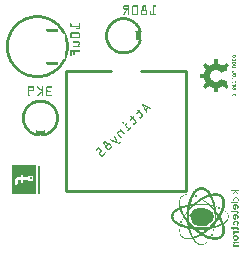
<source format=gbo>
G04 MADE WITH FRITZING*
G04 WWW.FRITZING.ORG*
G04 DOUBLE SIDED*
G04 HOLES PLATED*
G04 CONTOUR ON CENTER OF CONTOUR VECTOR*
%ASAXBY*%
%FSLAX23Y23*%
%MOIN*%
%OFA0B0*%
%SFA1.0B1.0*%
%ADD10C,0.005096*%
%ADD11C,0.003062*%
%ADD12C,0.002768*%
%ADD13C,0.008213*%
%ADD14C,0.007131*%
%ADD15R,0.008480X0.094378*%
%ADD16C,0.010000*%
%ADD17R,0.001000X0.001000*%
%LNSILK0*%
G90*
G70*
G54D10*
X665Y414D03*
G54D11*
X664Y413D03*
G54D10*
X666Y437D03*
G54D12*
X665Y436D03*
G54D13*
X712Y454D03*
X690Y362D03*
X588Y405D03*
X638Y491D03*
G54D14*
X85Y551D03*
G54D15*
X112Y547D03*
G54D16*
X602Y910D02*
X602Y510D01*
D02*
X602Y510D02*
X202Y510D01*
D02*
X202Y510D02*
X202Y910D01*
D02*
X602Y910D02*
X452Y910D01*
D02*
X352Y910D02*
X202Y910D01*
G54D17*
X398Y1127D02*
X414Y1127D01*
X426Y1127D02*
X442Y1127D01*
X459Y1127D02*
X469Y1127D01*
X492Y1127D02*
X503Y1127D01*
X396Y1126D02*
X414Y1126D01*
X425Y1126D02*
X443Y1126D01*
X458Y1126D02*
X470Y1126D01*
X492Y1126D02*
X504Y1126D01*
X395Y1125D02*
X414Y1125D01*
X425Y1125D02*
X444Y1125D01*
X458Y1125D02*
X470Y1125D01*
X492Y1125D02*
X504Y1125D01*
X395Y1124D02*
X414Y1124D01*
X424Y1124D02*
X444Y1124D01*
X458Y1124D02*
X470Y1124D01*
X492Y1124D02*
X503Y1124D01*
X394Y1123D02*
X398Y1123D01*
X411Y1123D02*
X414Y1123D01*
X424Y1123D02*
X427Y1123D01*
X441Y1123D02*
X444Y1123D01*
X458Y1123D02*
X462Y1123D01*
X467Y1123D02*
X470Y1123D01*
X492Y1123D02*
X496Y1123D01*
X394Y1122D02*
X398Y1122D01*
X411Y1122D02*
X414Y1122D01*
X424Y1122D02*
X427Y1122D01*
X441Y1122D02*
X444Y1122D01*
X458Y1122D02*
X462Y1122D01*
X467Y1122D02*
X470Y1122D01*
X492Y1122D02*
X496Y1122D01*
X394Y1121D02*
X397Y1121D01*
X411Y1121D02*
X414Y1121D01*
X424Y1121D02*
X427Y1121D01*
X441Y1121D02*
X444Y1121D01*
X458Y1121D02*
X462Y1121D01*
X467Y1121D02*
X470Y1121D01*
X492Y1121D02*
X496Y1121D01*
X394Y1120D02*
X397Y1120D01*
X411Y1120D02*
X414Y1120D01*
X424Y1120D02*
X427Y1120D01*
X441Y1120D02*
X444Y1120D01*
X458Y1120D02*
X462Y1120D01*
X467Y1120D02*
X470Y1120D01*
X492Y1120D02*
X496Y1120D01*
X394Y1119D02*
X398Y1119D01*
X411Y1119D02*
X414Y1119D01*
X424Y1119D02*
X427Y1119D01*
X441Y1119D02*
X444Y1119D01*
X458Y1119D02*
X462Y1119D01*
X467Y1119D02*
X470Y1119D01*
X492Y1119D02*
X496Y1119D01*
X394Y1118D02*
X398Y1118D01*
X411Y1118D02*
X414Y1118D01*
X424Y1118D02*
X427Y1118D01*
X441Y1118D02*
X444Y1118D01*
X458Y1118D02*
X462Y1118D01*
X467Y1118D02*
X470Y1118D01*
X492Y1118D02*
X496Y1118D01*
X395Y1117D02*
X414Y1117D01*
X424Y1117D02*
X427Y1117D01*
X441Y1117D02*
X444Y1117D01*
X458Y1117D02*
X462Y1117D01*
X467Y1117D02*
X470Y1117D01*
X492Y1117D02*
X496Y1117D01*
X395Y1116D02*
X414Y1116D01*
X424Y1116D02*
X427Y1116D01*
X441Y1116D02*
X444Y1116D01*
X458Y1116D02*
X462Y1116D01*
X467Y1116D02*
X470Y1116D01*
X492Y1116D02*
X496Y1116D01*
X396Y1115D02*
X414Y1115D01*
X424Y1115D02*
X427Y1115D01*
X441Y1115D02*
X444Y1115D01*
X458Y1115D02*
X462Y1115D01*
X467Y1115D02*
X470Y1115D01*
X492Y1115D02*
X496Y1115D01*
X397Y1114D02*
X414Y1114D01*
X424Y1114D02*
X427Y1114D01*
X441Y1114D02*
X444Y1114D01*
X458Y1114D02*
X462Y1114D01*
X467Y1114D02*
X470Y1114D01*
X492Y1114D02*
X496Y1114D01*
X400Y1113D02*
X414Y1113D01*
X424Y1113D02*
X427Y1113D01*
X441Y1113D02*
X444Y1113D01*
X456Y1113D02*
X472Y1113D01*
X492Y1113D02*
X496Y1113D01*
X402Y1112D02*
X406Y1112D01*
X411Y1112D02*
X414Y1112D01*
X424Y1112D02*
X427Y1112D01*
X441Y1112D02*
X444Y1112D01*
X455Y1112D02*
X473Y1112D01*
X492Y1112D02*
X496Y1112D01*
X402Y1111D02*
X406Y1111D01*
X411Y1111D02*
X414Y1111D01*
X424Y1111D02*
X427Y1111D01*
X441Y1111D02*
X444Y1111D01*
X455Y1111D02*
X474Y1111D01*
X492Y1111D02*
X496Y1111D01*
X401Y1110D02*
X405Y1110D01*
X411Y1110D02*
X414Y1110D01*
X424Y1110D02*
X427Y1110D01*
X441Y1110D02*
X444Y1110D01*
X454Y1110D02*
X474Y1110D01*
X486Y1110D02*
X486Y1110D01*
X492Y1110D02*
X496Y1110D01*
X401Y1109D02*
X405Y1109D01*
X411Y1109D02*
X414Y1109D01*
X424Y1109D02*
X427Y1109D01*
X441Y1109D02*
X444Y1109D01*
X454Y1109D02*
X457Y1109D01*
X471Y1109D02*
X474Y1109D01*
X485Y1109D02*
X487Y1109D01*
X492Y1109D02*
X496Y1109D01*
X400Y1108D02*
X404Y1108D01*
X411Y1108D02*
X414Y1108D01*
X424Y1108D02*
X427Y1108D01*
X441Y1108D02*
X444Y1108D01*
X454Y1108D02*
X457Y1108D01*
X471Y1108D02*
X474Y1108D01*
X484Y1108D02*
X487Y1108D01*
X492Y1108D02*
X496Y1108D01*
X400Y1107D02*
X403Y1107D01*
X411Y1107D02*
X414Y1107D01*
X424Y1107D02*
X427Y1107D01*
X441Y1107D02*
X444Y1107D01*
X454Y1107D02*
X457Y1107D01*
X471Y1107D02*
X474Y1107D01*
X484Y1107D02*
X487Y1107D01*
X492Y1107D02*
X496Y1107D01*
X399Y1106D02*
X403Y1106D01*
X411Y1106D02*
X414Y1106D01*
X424Y1106D02*
X427Y1106D01*
X441Y1106D02*
X444Y1106D01*
X454Y1106D02*
X457Y1106D01*
X471Y1106D02*
X474Y1106D01*
X484Y1106D02*
X487Y1106D01*
X492Y1106D02*
X496Y1106D01*
X398Y1105D02*
X402Y1105D01*
X411Y1105D02*
X414Y1105D01*
X424Y1105D02*
X427Y1105D01*
X441Y1105D02*
X444Y1105D01*
X454Y1105D02*
X457Y1105D01*
X471Y1105D02*
X474Y1105D01*
X484Y1105D02*
X487Y1105D01*
X492Y1105D02*
X496Y1105D01*
X398Y1104D02*
X402Y1104D01*
X411Y1104D02*
X414Y1104D01*
X424Y1104D02*
X427Y1104D01*
X441Y1104D02*
X444Y1104D01*
X454Y1104D02*
X457Y1104D01*
X471Y1104D02*
X474Y1104D01*
X484Y1104D02*
X487Y1104D01*
X492Y1104D02*
X496Y1104D01*
X397Y1103D02*
X401Y1103D01*
X411Y1103D02*
X414Y1103D01*
X424Y1103D02*
X427Y1103D01*
X441Y1103D02*
X444Y1103D01*
X454Y1103D02*
X457Y1103D01*
X471Y1103D02*
X474Y1103D01*
X484Y1103D02*
X487Y1103D01*
X492Y1103D02*
X496Y1103D01*
X397Y1102D02*
X401Y1102D01*
X411Y1102D02*
X414Y1102D01*
X424Y1102D02*
X427Y1102D01*
X441Y1102D02*
X444Y1102D01*
X454Y1102D02*
X457Y1102D01*
X471Y1102D02*
X474Y1102D01*
X484Y1102D02*
X487Y1102D01*
X492Y1102D02*
X496Y1102D01*
X396Y1101D02*
X400Y1101D01*
X411Y1101D02*
X414Y1101D01*
X424Y1101D02*
X427Y1101D01*
X441Y1101D02*
X444Y1101D01*
X454Y1101D02*
X457Y1101D01*
X471Y1101D02*
X474Y1101D01*
X484Y1101D02*
X487Y1101D01*
X492Y1101D02*
X496Y1101D01*
X395Y1100D02*
X399Y1100D01*
X411Y1100D02*
X414Y1100D01*
X424Y1100D02*
X427Y1100D01*
X441Y1100D02*
X444Y1100D01*
X454Y1100D02*
X457Y1100D01*
X471Y1100D02*
X474Y1100D01*
X484Y1100D02*
X487Y1100D01*
X492Y1100D02*
X496Y1100D01*
X395Y1099D02*
X399Y1099D01*
X411Y1099D02*
X414Y1099D01*
X424Y1099D02*
X444Y1099D01*
X454Y1099D02*
X474Y1099D01*
X484Y1099D02*
X503Y1099D01*
X394Y1098D02*
X398Y1098D01*
X411Y1098D02*
X414Y1098D01*
X425Y1098D02*
X444Y1098D01*
X455Y1098D02*
X474Y1098D01*
X484Y1098D02*
X504Y1098D01*
X394Y1097D02*
X398Y1097D01*
X411Y1097D02*
X414Y1097D01*
X425Y1097D02*
X443Y1097D01*
X455Y1097D02*
X473Y1097D01*
X484Y1097D02*
X504Y1097D01*
X395Y1096D02*
X397Y1096D01*
X411Y1096D02*
X413Y1096D01*
X426Y1096D02*
X442Y1096D01*
X456Y1096D02*
X472Y1096D01*
X485Y1096D02*
X503Y1096D01*
X101Y1095D02*
X114Y1095D01*
X92Y1094D02*
X123Y1094D01*
X86Y1093D02*
X128Y1093D01*
X82Y1092D02*
X132Y1092D01*
X79Y1091D02*
X136Y1091D01*
X75Y1090D02*
X139Y1090D01*
X73Y1089D02*
X142Y1089D01*
X70Y1088D02*
X145Y1088D01*
X392Y1088D02*
X398Y1088D01*
X67Y1087D02*
X147Y1087D01*
X384Y1087D02*
X406Y1087D01*
X65Y1086D02*
X149Y1086D01*
X380Y1086D02*
X410Y1086D01*
X63Y1085D02*
X100Y1085D01*
X114Y1085D02*
X151Y1085D01*
X377Y1085D02*
X414Y1085D01*
X61Y1084D02*
X91Y1084D01*
X123Y1084D02*
X153Y1084D01*
X374Y1084D02*
X416Y1084D01*
X59Y1083D02*
X86Y1083D01*
X129Y1083D02*
X155Y1083D01*
X372Y1083D02*
X419Y1083D01*
X57Y1082D02*
X82Y1082D01*
X133Y1082D02*
X157Y1082D01*
X369Y1082D02*
X421Y1082D01*
X56Y1081D02*
X78Y1081D01*
X136Y1081D02*
X159Y1081D01*
X367Y1081D02*
X423Y1081D01*
X54Y1080D02*
X75Y1080D01*
X139Y1080D02*
X160Y1080D01*
X366Y1080D02*
X425Y1080D01*
X52Y1079D02*
X73Y1079D01*
X142Y1079D02*
X162Y1079D01*
X364Y1079D02*
X427Y1079D01*
X51Y1078D02*
X70Y1078D01*
X145Y1078D02*
X164Y1078D01*
X362Y1078D02*
X391Y1078D01*
X399Y1078D02*
X428Y1078D01*
X49Y1077D02*
X68Y1077D01*
X147Y1077D02*
X165Y1077D01*
X361Y1077D02*
X384Y1077D01*
X407Y1077D02*
X430Y1077D01*
X48Y1076D02*
X66Y1076D01*
X149Y1076D02*
X167Y1076D01*
X360Y1076D02*
X379Y1076D01*
X411Y1076D02*
X431Y1076D01*
X47Y1075D02*
X63Y1075D01*
X151Y1075D02*
X168Y1075D01*
X358Y1075D02*
X377Y1075D01*
X414Y1075D02*
X432Y1075D01*
X45Y1074D02*
X61Y1074D01*
X153Y1074D02*
X169Y1074D01*
X357Y1074D02*
X374Y1074D01*
X417Y1074D02*
X434Y1074D01*
X44Y1073D02*
X60Y1073D01*
X155Y1073D02*
X171Y1073D01*
X356Y1073D02*
X372Y1073D01*
X419Y1073D02*
X435Y1073D01*
X43Y1072D02*
X58Y1072D01*
X157Y1072D02*
X172Y1072D01*
X355Y1072D02*
X370Y1072D01*
X421Y1072D02*
X436Y1072D01*
X41Y1071D02*
X56Y1071D01*
X158Y1071D02*
X173Y1071D01*
X354Y1071D02*
X368Y1071D01*
X423Y1071D02*
X437Y1071D01*
X40Y1070D02*
X55Y1070D01*
X160Y1070D02*
X174Y1070D01*
X352Y1070D02*
X366Y1070D01*
X424Y1070D02*
X438Y1070D01*
X39Y1069D02*
X53Y1069D01*
X161Y1069D02*
X176Y1069D01*
X352Y1069D02*
X365Y1069D01*
X426Y1069D02*
X439Y1069D01*
X38Y1068D02*
X52Y1068D01*
X163Y1068D02*
X177Y1068D01*
X351Y1068D02*
X363Y1068D01*
X427Y1068D02*
X440Y1068D01*
X37Y1067D02*
X50Y1067D01*
X164Y1067D02*
X178Y1067D01*
X218Y1067D02*
X220Y1067D01*
X246Y1067D02*
X249Y1067D01*
X350Y1067D02*
X362Y1067D01*
X428Y1067D02*
X441Y1067D01*
X36Y1066D02*
X49Y1066D01*
X165Y1066D02*
X179Y1066D01*
X218Y1066D02*
X221Y1066D01*
X246Y1066D02*
X249Y1066D01*
X349Y1066D02*
X361Y1066D01*
X430Y1066D02*
X442Y1066D01*
X35Y1065D02*
X48Y1065D01*
X167Y1065D02*
X180Y1065D01*
X218Y1065D02*
X221Y1065D01*
X246Y1065D02*
X249Y1065D01*
X348Y1065D02*
X360Y1065D01*
X431Y1065D02*
X443Y1065D01*
X34Y1064D02*
X46Y1064D01*
X168Y1064D02*
X181Y1064D01*
X218Y1064D02*
X221Y1064D01*
X246Y1064D02*
X249Y1064D01*
X347Y1064D02*
X359Y1064D01*
X432Y1064D02*
X443Y1064D01*
X33Y1063D02*
X45Y1063D01*
X169Y1063D02*
X182Y1063D01*
X218Y1063D02*
X221Y1063D01*
X246Y1063D02*
X249Y1063D01*
X346Y1063D02*
X358Y1063D01*
X433Y1063D02*
X444Y1063D01*
X32Y1062D02*
X44Y1062D01*
X170Y1062D02*
X183Y1062D01*
X218Y1062D02*
X221Y1062D01*
X246Y1062D02*
X249Y1062D01*
X346Y1062D02*
X357Y1062D01*
X434Y1062D02*
X445Y1062D01*
X31Y1061D02*
X43Y1061D01*
X172Y1061D02*
X184Y1061D01*
X218Y1061D02*
X221Y1061D01*
X246Y1061D02*
X249Y1061D01*
X345Y1061D02*
X356Y1061D01*
X435Y1061D02*
X446Y1061D01*
X30Y1060D02*
X42Y1060D01*
X173Y1060D02*
X185Y1060D01*
X218Y1060D02*
X221Y1060D01*
X246Y1060D02*
X249Y1060D01*
X344Y1060D02*
X355Y1060D01*
X436Y1060D02*
X446Y1060D01*
X29Y1059D02*
X41Y1059D01*
X174Y1059D02*
X185Y1059D01*
X218Y1059D02*
X249Y1059D01*
X344Y1059D02*
X354Y1059D01*
X436Y1059D02*
X447Y1059D01*
X28Y1058D02*
X40Y1058D01*
X175Y1058D02*
X186Y1058D01*
X218Y1058D02*
X249Y1058D01*
X343Y1058D02*
X353Y1058D01*
X437Y1058D02*
X448Y1058D01*
X27Y1057D02*
X39Y1057D01*
X176Y1057D02*
X187Y1057D01*
X218Y1057D02*
X249Y1057D01*
X342Y1057D02*
X353Y1057D01*
X438Y1057D02*
X448Y1057D01*
X26Y1056D02*
X38Y1056D01*
X177Y1056D02*
X188Y1056D01*
X218Y1056D02*
X249Y1056D01*
X342Y1056D02*
X352Y1056D01*
X439Y1056D02*
X449Y1056D01*
X26Y1055D02*
X37Y1055D01*
X178Y1055D02*
X189Y1055D01*
X246Y1055D02*
X249Y1055D01*
X341Y1055D02*
X351Y1055D01*
X439Y1055D02*
X449Y1055D01*
X25Y1054D02*
X36Y1054D01*
X178Y1054D02*
X190Y1054D01*
X246Y1054D02*
X249Y1054D01*
X341Y1054D02*
X351Y1054D01*
X440Y1054D02*
X450Y1054D01*
X24Y1053D02*
X35Y1053D01*
X179Y1053D02*
X190Y1053D01*
X246Y1053D02*
X249Y1053D01*
X340Y1053D02*
X350Y1053D01*
X441Y1053D02*
X450Y1053D01*
X23Y1052D02*
X34Y1052D01*
X180Y1052D02*
X191Y1052D01*
X246Y1052D02*
X249Y1052D01*
X340Y1052D02*
X349Y1052D01*
X441Y1052D02*
X451Y1052D01*
X23Y1051D02*
X33Y1051D01*
X181Y1051D02*
X192Y1051D01*
X236Y1051D02*
X249Y1051D01*
X339Y1051D02*
X349Y1051D01*
X442Y1051D02*
X451Y1051D01*
X22Y1050D02*
X33Y1050D01*
X140Y1050D02*
X174Y1050D01*
X182Y1050D02*
X193Y1050D01*
X235Y1050D02*
X249Y1050D01*
X339Y1050D02*
X348Y1050D01*
X442Y1050D02*
X452Y1050D01*
X21Y1049D02*
X32Y1049D01*
X139Y1049D02*
X176Y1049D01*
X183Y1049D02*
X193Y1049D01*
X235Y1049D02*
X249Y1049D01*
X338Y1049D02*
X348Y1049D01*
X443Y1049D02*
X452Y1049D01*
X21Y1048D02*
X31Y1048D01*
X138Y1048D02*
X176Y1048D01*
X183Y1048D02*
X194Y1048D01*
X236Y1048D02*
X249Y1048D01*
X338Y1048D02*
X347Y1048D01*
X443Y1048D02*
X453Y1048D01*
X20Y1047D02*
X30Y1047D01*
X138Y1047D02*
X177Y1047D01*
X184Y1047D02*
X195Y1047D01*
X338Y1047D02*
X347Y1047D01*
X444Y1047D02*
X453Y1047D01*
X19Y1046D02*
X30Y1046D01*
X137Y1046D02*
X177Y1046D01*
X185Y1046D02*
X195Y1046D01*
X337Y1046D02*
X347Y1046D01*
X444Y1046D02*
X453Y1046D01*
X19Y1045D02*
X29Y1045D01*
X137Y1045D02*
X177Y1045D01*
X186Y1045D02*
X196Y1045D01*
X337Y1045D02*
X346Y1045D01*
X444Y1045D02*
X454Y1045D01*
X18Y1044D02*
X28Y1044D01*
X137Y1044D02*
X177Y1044D01*
X186Y1044D02*
X196Y1044D01*
X337Y1044D02*
X346Y1044D01*
X445Y1044D02*
X454Y1044D01*
X17Y1043D02*
X27Y1043D01*
X138Y1043D02*
X177Y1043D01*
X187Y1043D02*
X197Y1043D01*
X336Y1043D02*
X345Y1043D01*
X445Y1043D02*
X454Y1043D01*
X17Y1042D02*
X27Y1042D01*
X138Y1042D02*
X176Y1042D01*
X188Y1042D02*
X198Y1042D01*
X336Y1042D02*
X345Y1042D01*
X445Y1042D02*
X455Y1042D01*
X16Y1041D02*
X26Y1041D01*
X139Y1041D02*
X175Y1041D01*
X188Y1041D02*
X198Y1041D01*
X336Y1041D02*
X345Y1041D01*
X435Y1041D02*
X456Y1041D01*
X16Y1040D02*
X26Y1040D01*
X141Y1040D02*
X173Y1040D01*
X189Y1040D02*
X199Y1040D01*
X335Y1040D02*
X345Y1040D01*
X435Y1040D02*
X455Y1040D01*
X15Y1039D02*
X25Y1039D01*
X189Y1039D02*
X199Y1039D01*
X335Y1039D02*
X344Y1039D01*
X436Y1039D02*
X455Y1039D01*
X15Y1038D02*
X24Y1038D01*
X190Y1038D02*
X200Y1038D01*
X335Y1038D02*
X344Y1038D01*
X436Y1038D02*
X454Y1038D01*
X14Y1037D02*
X24Y1037D01*
X191Y1037D02*
X200Y1037D01*
X219Y1037D02*
X247Y1037D01*
X335Y1037D02*
X344Y1037D01*
X436Y1037D02*
X454Y1037D01*
X14Y1036D02*
X23Y1036D01*
X191Y1036D02*
X201Y1036D01*
X218Y1036D02*
X248Y1036D01*
X335Y1036D02*
X344Y1036D01*
X437Y1036D02*
X454Y1036D01*
X13Y1035D02*
X23Y1035D01*
X192Y1035D02*
X201Y1035D01*
X218Y1035D02*
X249Y1035D01*
X335Y1035D02*
X344Y1035D01*
X437Y1035D02*
X453Y1035D01*
X13Y1034D02*
X22Y1034D01*
X192Y1034D02*
X202Y1034D01*
X218Y1034D02*
X249Y1034D01*
X334Y1034D02*
X343Y1034D01*
X437Y1034D02*
X453Y1034D01*
X12Y1033D02*
X22Y1033D01*
X193Y1033D02*
X202Y1033D01*
X218Y1033D02*
X221Y1033D01*
X246Y1033D02*
X249Y1033D01*
X334Y1033D02*
X343Y1033D01*
X437Y1033D02*
X453Y1033D01*
X12Y1032D02*
X21Y1032D01*
X200Y1032D02*
X203Y1032D01*
X218Y1032D02*
X221Y1032D01*
X246Y1032D02*
X249Y1032D01*
X334Y1032D02*
X343Y1032D01*
X438Y1032D02*
X453Y1032D01*
X11Y1031D02*
X21Y1031D01*
X200Y1031D02*
X203Y1031D01*
X218Y1031D02*
X221Y1031D01*
X246Y1031D02*
X249Y1031D01*
X334Y1031D02*
X343Y1031D01*
X438Y1031D02*
X453Y1031D01*
X11Y1030D02*
X20Y1030D01*
X200Y1030D02*
X204Y1030D01*
X218Y1030D02*
X221Y1030D01*
X246Y1030D02*
X249Y1030D01*
X334Y1030D02*
X343Y1030D01*
X438Y1030D02*
X452Y1030D01*
X10Y1029D02*
X20Y1029D01*
X200Y1029D02*
X204Y1029D01*
X218Y1029D02*
X221Y1029D01*
X246Y1029D02*
X249Y1029D01*
X334Y1029D02*
X343Y1029D01*
X438Y1029D02*
X452Y1029D01*
X10Y1028D02*
X19Y1028D01*
X200Y1028D02*
X205Y1028D01*
X218Y1028D02*
X221Y1028D01*
X246Y1028D02*
X249Y1028D01*
X334Y1028D02*
X343Y1028D01*
X438Y1028D02*
X452Y1028D01*
X10Y1027D02*
X19Y1027D01*
X200Y1027D02*
X205Y1027D01*
X218Y1027D02*
X221Y1027D01*
X246Y1027D02*
X249Y1027D01*
X334Y1027D02*
X343Y1027D01*
X438Y1027D02*
X452Y1027D01*
X9Y1026D02*
X19Y1026D01*
X200Y1026D02*
X205Y1026D01*
X218Y1026D02*
X221Y1026D01*
X246Y1026D02*
X249Y1026D01*
X334Y1026D02*
X343Y1026D01*
X438Y1026D02*
X452Y1026D01*
X9Y1025D02*
X18Y1025D01*
X200Y1025D02*
X206Y1025D01*
X218Y1025D02*
X221Y1025D01*
X246Y1025D02*
X249Y1025D01*
X334Y1025D02*
X343Y1025D01*
X438Y1025D02*
X452Y1025D01*
X9Y1024D02*
X18Y1024D01*
X200Y1024D02*
X206Y1024D01*
X218Y1024D02*
X221Y1024D01*
X246Y1024D02*
X249Y1024D01*
X334Y1024D02*
X343Y1024D01*
X438Y1024D02*
X452Y1024D01*
X8Y1023D02*
X18Y1023D01*
X200Y1023D02*
X206Y1023D01*
X218Y1023D02*
X221Y1023D01*
X246Y1023D02*
X249Y1023D01*
X334Y1023D02*
X343Y1023D01*
X438Y1023D02*
X452Y1023D01*
X8Y1022D02*
X17Y1022D01*
X200Y1022D02*
X207Y1022D01*
X218Y1022D02*
X221Y1022D01*
X246Y1022D02*
X249Y1022D01*
X334Y1022D02*
X343Y1022D01*
X438Y1022D02*
X453Y1022D01*
X8Y1021D02*
X17Y1021D01*
X200Y1021D02*
X207Y1021D01*
X218Y1021D02*
X249Y1021D01*
X334Y1021D02*
X343Y1021D01*
X438Y1021D02*
X453Y1021D01*
X7Y1020D02*
X16Y1020D01*
X200Y1020D02*
X207Y1020D01*
X218Y1020D02*
X249Y1020D01*
X334Y1020D02*
X343Y1020D01*
X438Y1020D02*
X453Y1020D01*
X7Y1019D02*
X16Y1019D01*
X200Y1019D02*
X208Y1019D01*
X218Y1019D02*
X248Y1019D01*
X334Y1019D02*
X343Y1019D01*
X437Y1019D02*
X453Y1019D01*
X7Y1018D02*
X16Y1018D01*
X200Y1018D02*
X208Y1018D01*
X219Y1018D02*
X247Y1018D01*
X334Y1018D02*
X343Y1018D01*
X437Y1018D02*
X453Y1018D01*
X6Y1017D02*
X16Y1017D01*
X200Y1017D02*
X208Y1017D01*
X335Y1017D02*
X344Y1017D01*
X437Y1017D02*
X454Y1017D01*
X6Y1016D02*
X15Y1016D01*
X200Y1016D02*
X208Y1016D01*
X335Y1016D02*
X344Y1016D01*
X437Y1016D02*
X454Y1016D01*
X6Y1015D02*
X15Y1015D01*
X200Y1015D02*
X209Y1015D01*
X335Y1015D02*
X344Y1015D01*
X436Y1015D02*
X454Y1015D01*
X6Y1014D02*
X15Y1014D01*
X200Y1014D02*
X209Y1014D01*
X335Y1014D02*
X344Y1014D01*
X436Y1014D02*
X454Y1014D01*
X5Y1013D02*
X14Y1013D01*
X200Y1013D02*
X209Y1013D01*
X335Y1013D02*
X344Y1013D01*
X436Y1013D02*
X455Y1013D01*
X5Y1012D02*
X14Y1012D01*
X200Y1012D02*
X209Y1012D01*
X336Y1012D02*
X345Y1012D01*
X435Y1012D02*
X455Y1012D01*
X5Y1011D02*
X14Y1011D01*
X201Y1011D02*
X210Y1011D01*
X336Y1011D02*
X345Y1011D01*
X446Y1011D02*
X455Y1011D01*
X5Y1010D02*
X14Y1010D01*
X201Y1010D02*
X210Y1010D01*
X336Y1010D02*
X345Y1010D01*
X445Y1010D02*
X454Y1010D01*
X5Y1009D02*
X14Y1009D01*
X201Y1009D02*
X210Y1009D01*
X336Y1009D02*
X346Y1009D01*
X445Y1009D02*
X454Y1009D01*
X4Y1008D02*
X13Y1008D01*
X201Y1008D02*
X210Y1008D01*
X337Y1008D02*
X346Y1008D01*
X445Y1008D02*
X454Y1008D01*
X4Y1007D02*
X13Y1007D01*
X201Y1007D02*
X210Y1007D01*
X227Y1007D02*
X245Y1007D01*
X337Y1007D02*
X346Y1007D01*
X444Y1007D02*
X454Y1007D01*
X4Y1006D02*
X13Y1006D01*
X201Y1006D02*
X211Y1006D01*
X226Y1006D02*
X247Y1006D01*
X337Y1006D02*
X347Y1006D01*
X444Y1006D02*
X453Y1006D01*
X4Y1005D02*
X13Y1005D01*
X202Y1005D02*
X211Y1005D01*
X227Y1005D02*
X248Y1005D01*
X338Y1005D02*
X347Y1005D01*
X443Y1005D02*
X453Y1005D01*
X4Y1004D02*
X13Y1004D01*
X202Y1004D02*
X211Y1004D01*
X228Y1004D02*
X248Y1004D01*
X338Y1004D02*
X348Y1004D01*
X443Y1004D02*
X452Y1004D01*
X4Y1003D02*
X13Y1003D01*
X202Y1003D02*
X211Y1003D01*
X244Y1003D02*
X249Y1003D01*
X338Y1003D02*
X348Y1003D01*
X443Y1003D02*
X452Y1003D01*
X4Y1002D02*
X13Y1002D01*
X202Y1002D02*
X211Y1002D01*
X246Y1002D02*
X249Y1002D01*
X339Y1002D02*
X348Y1002D01*
X442Y1002D02*
X452Y1002D01*
X3Y1001D02*
X12Y1001D01*
X202Y1001D02*
X211Y1001D01*
X246Y1001D02*
X249Y1001D01*
X339Y1001D02*
X349Y1001D01*
X442Y1001D02*
X451Y1001D01*
X3Y1000D02*
X12Y1000D01*
X202Y1000D02*
X211Y1000D01*
X246Y1000D02*
X249Y1000D01*
X340Y1000D02*
X350Y1000D01*
X441Y1000D02*
X451Y1000D01*
X3Y999D02*
X12Y999D01*
X202Y999D02*
X211Y999D01*
X246Y999D02*
X249Y999D01*
X340Y999D02*
X350Y999D01*
X440Y999D02*
X450Y999D01*
X3Y998D02*
X12Y998D01*
X202Y998D02*
X211Y998D01*
X246Y998D02*
X249Y998D01*
X341Y998D02*
X351Y998D01*
X440Y998D02*
X450Y998D01*
X3Y997D02*
X12Y997D01*
X202Y997D02*
X211Y997D01*
X245Y997D02*
X249Y997D01*
X341Y997D02*
X351Y997D01*
X439Y997D02*
X449Y997D01*
X3Y996D02*
X12Y996D01*
X203Y996D02*
X212Y996D01*
X245Y996D02*
X248Y996D01*
X342Y996D02*
X352Y996D01*
X438Y996D02*
X449Y996D01*
X3Y995D02*
X12Y995D01*
X203Y995D02*
X212Y995D01*
X244Y995D02*
X248Y995D01*
X343Y995D02*
X353Y995D01*
X438Y995D02*
X448Y995D01*
X3Y994D02*
X12Y994D01*
X203Y994D02*
X212Y994D01*
X243Y994D02*
X247Y994D01*
X343Y994D02*
X354Y994D01*
X437Y994D02*
X447Y994D01*
X3Y993D02*
X12Y993D01*
X203Y993D02*
X212Y993D01*
X243Y993D02*
X247Y993D01*
X344Y993D02*
X354Y993D01*
X436Y993D02*
X447Y993D01*
X3Y992D02*
X12Y992D01*
X203Y992D02*
X212Y992D01*
X242Y992D02*
X246Y992D01*
X344Y992D02*
X355Y992D01*
X435Y992D02*
X446Y992D01*
X3Y991D02*
X12Y991D01*
X203Y991D02*
X212Y991D01*
X228Y991D02*
X248Y991D01*
X345Y991D02*
X356Y991D01*
X434Y991D02*
X445Y991D01*
X3Y990D02*
X12Y990D01*
X203Y990D02*
X212Y990D01*
X227Y990D02*
X249Y990D01*
X346Y990D02*
X357Y990D01*
X434Y990D02*
X445Y990D01*
X3Y989D02*
X12Y989D01*
X203Y989D02*
X212Y989D01*
X226Y989D02*
X249Y989D01*
X347Y989D02*
X358Y989D01*
X433Y989D02*
X444Y989D01*
X3Y988D02*
X12Y988D01*
X203Y988D02*
X212Y988D01*
X227Y988D02*
X249Y988D01*
X347Y988D02*
X359Y988D01*
X432Y988D02*
X443Y988D01*
X3Y987D02*
X12Y987D01*
X203Y987D02*
X212Y987D01*
X348Y987D02*
X360Y987D01*
X430Y987D02*
X442Y987D01*
X3Y986D02*
X12Y986D01*
X203Y986D02*
X212Y986D01*
X349Y986D02*
X361Y986D01*
X429Y986D02*
X441Y986D01*
X3Y985D02*
X12Y985D01*
X203Y985D02*
X212Y985D01*
X350Y985D02*
X363Y985D01*
X428Y985D02*
X441Y985D01*
X3Y984D02*
X12Y984D01*
X203Y984D02*
X212Y984D01*
X351Y984D02*
X364Y984D01*
X427Y984D02*
X440Y984D01*
X3Y983D02*
X12Y983D01*
X202Y983D02*
X211Y983D01*
X352Y983D02*
X365Y983D01*
X425Y983D02*
X439Y983D01*
X3Y982D02*
X12Y982D01*
X202Y982D02*
X211Y982D01*
X353Y982D02*
X367Y982D01*
X424Y982D02*
X438Y982D01*
X3Y981D02*
X12Y981D01*
X202Y981D02*
X211Y981D01*
X354Y981D02*
X369Y981D01*
X422Y981D02*
X437Y981D01*
X3Y980D02*
X12Y980D01*
X202Y980D02*
X211Y980D01*
X355Y980D02*
X370Y980D01*
X420Y980D02*
X435Y980D01*
X3Y979D02*
X12Y979D01*
X202Y979D02*
X211Y979D01*
X356Y979D02*
X372Y979D01*
X418Y979D02*
X434Y979D01*
X4Y978D02*
X13Y978D01*
X202Y978D02*
X211Y978D01*
X357Y978D02*
X375Y978D01*
X416Y978D02*
X433Y978D01*
X4Y977D02*
X13Y977D01*
X202Y977D02*
X211Y977D01*
X218Y977D02*
X249Y977D01*
X359Y977D02*
X377Y977D01*
X413Y977D02*
X432Y977D01*
X4Y976D02*
X13Y976D01*
X202Y976D02*
X211Y976D01*
X218Y976D02*
X249Y976D01*
X360Y976D02*
X381Y976D01*
X410Y976D02*
X431Y976D01*
X4Y975D02*
X13Y975D01*
X202Y975D02*
X211Y975D01*
X218Y975D02*
X249Y975D01*
X361Y975D02*
X385Y975D01*
X405Y975D02*
X429Y975D01*
X4Y974D02*
X13Y974D01*
X201Y974D02*
X210Y974D01*
X218Y974D02*
X248Y974D01*
X363Y974D02*
X428Y974D01*
X4Y973D02*
X13Y973D01*
X201Y973D02*
X210Y973D01*
X218Y973D02*
X221Y973D01*
X228Y973D02*
X231Y973D01*
X365Y973D02*
X426Y973D01*
X4Y972D02*
X14Y972D01*
X201Y972D02*
X210Y972D01*
X218Y972D02*
X221Y972D01*
X228Y972D02*
X231Y972D01*
X366Y972D02*
X424Y972D01*
X5Y971D02*
X14Y971D01*
X201Y971D02*
X210Y971D01*
X218Y971D02*
X221Y971D01*
X228Y971D02*
X231Y971D01*
X368Y971D02*
X422Y971D01*
X5Y970D02*
X14Y970D01*
X201Y970D02*
X210Y970D01*
X218Y970D02*
X221Y970D01*
X228Y970D02*
X231Y970D01*
X370Y970D02*
X420Y970D01*
X5Y969D02*
X14Y969D01*
X200Y969D02*
X209Y969D01*
X218Y969D02*
X221Y969D01*
X228Y969D02*
X231Y969D01*
X372Y969D02*
X418Y969D01*
X5Y968D02*
X14Y968D01*
X200Y968D02*
X209Y968D01*
X218Y968D02*
X221Y968D01*
X228Y968D02*
X231Y968D01*
X375Y968D02*
X416Y968D01*
X6Y967D02*
X15Y967D01*
X200Y967D02*
X209Y967D01*
X218Y967D02*
X221Y967D01*
X228Y967D02*
X231Y967D01*
X378Y967D02*
X413Y967D01*
X6Y966D02*
X15Y966D01*
X200Y966D02*
X209Y966D01*
X218Y966D02*
X221Y966D01*
X228Y966D02*
X231Y966D01*
X381Y966D02*
X409Y966D01*
X6Y965D02*
X15Y965D01*
X200Y965D02*
X209Y965D01*
X218Y965D02*
X221Y965D01*
X228Y965D02*
X231Y965D01*
X386Y965D02*
X404Y965D01*
X6Y964D02*
X15Y964D01*
X200Y964D02*
X208Y964D01*
X218Y964D02*
X221Y964D01*
X228Y964D02*
X231Y964D01*
X7Y963D02*
X16Y963D01*
X200Y963D02*
X208Y963D01*
X218Y963D02*
X221Y963D01*
X228Y963D02*
X231Y963D01*
X7Y962D02*
X16Y962D01*
X200Y962D02*
X208Y962D01*
X218Y962D02*
X221Y962D01*
X229Y962D02*
X231Y962D01*
X760Y962D02*
X766Y962D01*
X7Y961D02*
X16Y961D01*
X200Y961D02*
X207Y961D01*
X218Y961D02*
X221Y961D01*
X759Y961D02*
X768Y961D01*
X7Y960D02*
X17Y960D01*
X200Y960D02*
X207Y960D01*
X218Y960D02*
X221Y960D01*
X758Y960D02*
X769Y960D01*
X8Y959D02*
X17Y959D01*
X200Y959D02*
X207Y959D01*
X218Y959D02*
X221Y959D01*
X758Y959D02*
X759Y959D01*
X767Y959D02*
X769Y959D01*
X8Y958D02*
X17Y958D01*
X200Y958D02*
X207Y958D01*
X218Y958D02*
X220Y958D01*
X757Y958D02*
X759Y958D01*
X768Y958D02*
X769Y958D01*
X8Y957D02*
X18Y957D01*
X200Y957D02*
X206Y957D01*
X758Y957D02*
X759Y957D01*
X768Y957D02*
X769Y957D01*
X9Y956D02*
X18Y956D01*
X200Y956D02*
X206Y956D01*
X758Y956D02*
X760Y956D01*
X767Y956D02*
X769Y956D01*
X9Y955D02*
X18Y955D01*
X200Y955D02*
X205Y955D01*
X758Y955D02*
X768Y955D01*
X9Y954D02*
X19Y954D01*
X200Y954D02*
X205Y954D01*
X760Y954D02*
X767Y954D01*
X10Y953D02*
X19Y953D01*
X200Y953D02*
X205Y953D01*
X10Y952D02*
X20Y952D01*
X200Y952D02*
X204Y952D01*
X11Y951D02*
X20Y951D01*
X200Y951D02*
X204Y951D01*
X11Y950D02*
X21Y950D01*
X200Y950D02*
X204Y950D01*
X759Y950D02*
X774Y950D01*
X11Y949D02*
X21Y949D01*
X200Y949D02*
X203Y949D01*
X758Y949D02*
X773Y949D01*
X12Y948D02*
X22Y948D01*
X200Y948D02*
X203Y948D01*
X758Y948D02*
X760Y948D01*
X767Y948D02*
X769Y948D01*
X12Y947D02*
X22Y947D01*
X193Y947D02*
X202Y947D01*
X698Y947D02*
X708Y947D01*
X757Y947D02*
X759Y947D01*
X768Y947D02*
X769Y947D01*
X13Y946D02*
X22Y946D01*
X192Y946D02*
X202Y946D01*
X698Y946D02*
X708Y946D01*
X757Y946D02*
X759Y946D01*
X768Y946D02*
X769Y946D01*
X13Y945D02*
X23Y945D01*
X192Y945D02*
X201Y945D01*
X698Y945D02*
X708Y945D01*
X758Y945D02*
X759Y945D01*
X767Y945D02*
X769Y945D01*
X14Y944D02*
X24Y944D01*
X191Y944D02*
X201Y944D01*
X697Y944D02*
X708Y944D01*
X758Y944D02*
X769Y944D01*
X14Y943D02*
X24Y943D01*
X190Y943D02*
X200Y943D01*
X697Y943D02*
X708Y943D01*
X759Y943D02*
X768Y943D01*
X15Y942D02*
X25Y942D01*
X190Y942D02*
X200Y942D01*
X697Y942D02*
X709Y942D01*
X761Y942D02*
X766Y942D01*
X15Y941D02*
X25Y941D01*
X189Y941D02*
X199Y941D01*
X697Y941D02*
X709Y941D01*
X16Y940D02*
X26Y940D01*
X140Y940D02*
X174Y940D01*
X189Y940D02*
X199Y940D01*
X697Y940D02*
X709Y940D01*
X17Y939D02*
X27Y939D01*
X139Y939D02*
X176Y939D01*
X188Y939D02*
X198Y939D01*
X697Y939D02*
X709Y939D01*
X760Y939D02*
X767Y939D01*
X17Y938D02*
X27Y938D01*
X138Y938D02*
X176Y938D01*
X187Y938D02*
X197Y938D01*
X696Y938D02*
X709Y938D01*
X759Y938D02*
X768Y938D01*
X18Y937D02*
X28Y937D01*
X138Y937D02*
X177Y937D01*
X187Y937D02*
X197Y937D01*
X696Y937D02*
X710Y937D01*
X758Y937D02*
X769Y937D01*
X18Y936D02*
X28Y936D01*
X137Y936D02*
X177Y936D01*
X186Y936D02*
X196Y936D01*
X696Y936D02*
X710Y936D01*
X758Y936D02*
X759Y936D01*
X763Y936D02*
X765Y936D01*
X767Y936D02*
X769Y936D01*
X19Y935D02*
X29Y935D01*
X137Y935D02*
X177Y935D01*
X185Y935D02*
X196Y935D01*
X696Y935D02*
X710Y935D01*
X757Y935D02*
X759Y935D01*
X762Y935D02*
X764Y935D01*
X768Y935D02*
X769Y935D01*
X20Y934D02*
X30Y934D01*
X137Y934D02*
X177Y934D01*
X185Y934D02*
X195Y934D01*
X667Y934D02*
X669Y934D01*
X696Y934D02*
X710Y934D01*
X737Y934D02*
X738Y934D01*
X758Y934D02*
X759Y934D01*
X762Y934D02*
X764Y934D01*
X768Y934D02*
X769Y934D01*
X20Y933D02*
X31Y933D01*
X138Y933D02*
X177Y933D01*
X184Y933D02*
X194Y933D01*
X666Y933D02*
X670Y933D01*
X695Y933D02*
X710Y933D01*
X735Y933D02*
X739Y933D01*
X758Y933D02*
X763Y933D01*
X766Y933D02*
X769Y933D01*
X21Y932D02*
X31Y932D01*
X138Y932D02*
X176Y932D01*
X183Y932D02*
X194Y932D01*
X665Y932D02*
X672Y932D01*
X694Y932D02*
X713Y932D01*
X734Y932D02*
X740Y932D01*
X758Y932D02*
X763Y932D01*
X765Y932D02*
X768Y932D01*
X22Y931D02*
X32Y931D01*
X139Y931D02*
X175Y931D01*
X182Y931D02*
X193Y931D01*
X664Y931D02*
X673Y931D01*
X691Y931D02*
X717Y931D01*
X733Y931D02*
X741Y931D01*
X760Y931D02*
X762Y931D01*
X765Y931D02*
X767Y931D01*
X22Y930D02*
X33Y930D01*
X141Y930D02*
X173Y930D01*
X182Y930D02*
X192Y930D01*
X663Y930D02*
X675Y930D01*
X688Y930D02*
X719Y930D01*
X731Y930D02*
X742Y930D01*
X23Y929D02*
X34Y929D01*
X181Y929D02*
X191Y929D01*
X662Y929D02*
X676Y929D01*
X686Y929D02*
X721Y929D01*
X730Y929D02*
X743Y929D01*
X24Y928D02*
X35Y928D01*
X180Y928D02*
X191Y928D01*
X661Y928D02*
X678Y928D01*
X684Y928D02*
X723Y928D01*
X728Y928D02*
X744Y928D01*
X25Y927D02*
X36Y927D01*
X179Y927D02*
X190Y927D01*
X661Y927D02*
X679Y927D01*
X682Y927D02*
X725Y927D01*
X727Y927D02*
X745Y927D01*
X759Y927D02*
X769Y927D01*
X25Y926D02*
X36Y926D01*
X178Y926D02*
X189Y926D01*
X662Y926D02*
X744Y926D01*
X758Y926D02*
X769Y926D01*
X26Y925D02*
X37Y925D01*
X177Y925D02*
X188Y925D01*
X663Y925D02*
X743Y925D01*
X758Y925D02*
X760Y925D01*
X27Y924D02*
X38Y924D01*
X176Y924D02*
X188Y924D01*
X663Y924D02*
X742Y924D01*
X757Y924D02*
X759Y924D01*
X28Y923D02*
X39Y923D01*
X175Y923D02*
X187Y923D01*
X664Y923D02*
X742Y923D01*
X757Y923D02*
X759Y923D01*
X29Y922D02*
X40Y922D01*
X174Y922D02*
X186Y922D01*
X665Y922D02*
X741Y922D01*
X758Y922D02*
X759Y922D01*
X29Y921D02*
X41Y921D01*
X173Y921D02*
X185Y921D01*
X665Y921D02*
X740Y921D01*
X758Y921D02*
X769Y921D01*
X30Y920D02*
X42Y920D01*
X172Y920D02*
X184Y920D01*
X666Y920D02*
X740Y920D01*
X759Y920D02*
X769Y920D01*
X31Y919D02*
X44Y919D01*
X171Y919D02*
X183Y919D01*
X667Y919D02*
X739Y919D01*
X761Y919D02*
X768Y919D01*
X32Y918D02*
X45Y918D01*
X170Y918D02*
X182Y918D01*
X667Y918D02*
X738Y918D01*
X33Y917D02*
X46Y917D01*
X169Y917D02*
X181Y917D01*
X668Y917D02*
X738Y917D01*
X34Y916D02*
X47Y916D01*
X167Y916D02*
X180Y916D01*
X669Y916D02*
X737Y916D01*
X35Y915D02*
X48Y915D01*
X166Y915D02*
X179Y915D01*
X669Y915D02*
X737Y915D01*
X36Y914D02*
X50Y914D01*
X165Y914D02*
X178Y914D01*
X669Y914D02*
X738Y914D01*
X37Y913D02*
X51Y913D01*
X163Y913D02*
X177Y913D01*
X669Y913D02*
X738Y913D01*
X38Y912D02*
X52Y912D01*
X162Y912D02*
X176Y912D01*
X668Y912D02*
X702Y912D01*
X704Y912D02*
X739Y912D01*
X40Y911D02*
X54Y911D01*
X161Y911D02*
X175Y911D01*
X668Y911D02*
X697Y911D01*
X710Y911D02*
X739Y911D01*
X41Y910D02*
X55Y910D01*
X159Y910D02*
X174Y910D01*
X667Y910D02*
X694Y910D01*
X712Y910D02*
X737Y910D01*
X42Y909D02*
X57Y909D01*
X157Y909D02*
X173Y909D01*
X667Y909D02*
X692Y909D01*
X714Y909D02*
X734Y909D01*
X43Y908D02*
X59Y908D01*
X156Y908D02*
X171Y908D01*
X666Y908D02*
X691Y908D01*
X715Y908D02*
X732Y908D01*
X754Y908D02*
X769Y908D01*
X45Y907D02*
X60Y907D01*
X154Y907D02*
X170Y907D01*
X666Y907D02*
X690Y907D01*
X717Y907D02*
X730Y907D01*
X758Y907D02*
X761Y907D01*
X46Y906D02*
X62Y906D01*
X152Y906D02*
X169Y906D01*
X666Y906D02*
X688Y906D01*
X718Y906D02*
X727Y906D01*
X758Y906D02*
X759Y906D01*
X47Y905D02*
X64Y905D01*
X150Y905D02*
X167Y905D01*
X665Y905D02*
X688Y905D01*
X718Y905D02*
X725Y905D01*
X758Y905D02*
X759Y905D01*
X49Y904D02*
X67Y904D01*
X148Y904D02*
X166Y904D01*
X665Y904D02*
X687Y904D01*
X719Y904D02*
X722Y904D01*
X758Y904D02*
X759Y904D01*
X50Y903D02*
X69Y903D01*
X146Y903D02*
X165Y903D01*
X665Y903D02*
X686Y903D01*
X720Y903D02*
X720Y903D01*
X758Y903D02*
X760Y903D01*
X52Y902D02*
X71Y902D01*
X143Y902D02*
X163Y902D01*
X664Y902D02*
X686Y902D01*
X759Y902D02*
X769Y902D01*
X53Y901D02*
X74Y901D01*
X141Y901D02*
X161Y901D01*
X664Y901D02*
X685Y901D01*
X760Y901D02*
X769Y901D01*
X55Y900D02*
X77Y900D01*
X138Y900D02*
X160Y900D01*
X660Y900D02*
X684Y900D01*
X56Y899D02*
X80Y899D01*
X135Y899D02*
X158Y899D01*
X655Y899D02*
X684Y899D01*
X58Y898D02*
X84Y898D01*
X131Y898D02*
X156Y898D01*
X650Y898D02*
X684Y898D01*
X60Y897D02*
X88Y897D01*
X126Y897D02*
X154Y897D01*
X649Y897D02*
X684Y897D01*
X760Y897D02*
X762Y897D01*
X765Y897D02*
X768Y897D01*
X62Y896D02*
X95Y896D01*
X120Y896D02*
X152Y896D01*
X649Y896D02*
X683Y896D01*
X759Y896D02*
X761Y896D01*
X764Y896D02*
X769Y896D01*
X64Y895D02*
X150Y895D01*
X649Y895D02*
X683Y895D01*
X758Y895D02*
X759Y895D01*
X764Y895D02*
X765Y895D01*
X768Y895D02*
X769Y895D01*
X66Y894D02*
X148Y894D01*
X649Y894D02*
X683Y894D01*
X758Y894D02*
X759Y894D01*
X763Y894D02*
X764Y894D01*
X768Y894D02*
X769Y894D01*
X69Y893D02*
X146Y893D01*
X649Y893D02*
X683Y893D01*
X758Y893D02*
X759Y893D01*
X763Y893D02*
X764Y893D01*
X768Y893D02*
X769Y893D01*
X71Y892D02*
X143Y892D01*
X649Y892D02*
X683Y892D01*
X759Y892D02*
X760Y892D01*
X763Y892D02*
X763Y892D01*
X74Y891D02*
X141Y891D01*
X649Y891D02*
X683Y891D01*
X759Y891D02*
X769Y891D01*
X77Y890D02*
X138Y890D01*
X649Y890D02*
X683Y890D01*
X761Y890D02*
X769Y890D01*
X80Y889D02*
X134Y889D01*
X649Y889D02*
X683Y889D01*
X84Y888D02*
X130Y888D01*
X649Y888D02*
X684Y888D01*
X89Y887D02*
X125Y887D01*
X650Y887D02*
X684Y887D01*
X96Y886D02*
X119Y886D01*
X655Y886D02*
X684Y886D01*
X760Y886D02*
X769Y886D01*
X660Y885D02*
X684Y885D01*
X759Y885D02*
X760Y885D01*
X664Y884D02*
X685Y884D01*
X758Y884D02*
X759Y884D01*
X664Y883D02*
X685Y883D01*
X758Y883D02*
X759Y883D01*
X665Y882D02*
X686Y882D01*
X720Y882D02*
X720Y882D01*
X758Y882D02*
X759Y882D01*
X665Y881D02*
X687Y881D01*
X719Y881D02*
X722Y881D01*
X759Y881D02*
X760Y881D01*
X665Y880D02*
X688Y880D01*
X718Y880D02*
X725Y880D01*
X759Y880D02*
X762Y880D01*
X666Y879D02*
X688Y879D01*
X718Y879D02*
X727Y879D01*
X761Y879D02*
X761Y879D01*
X666Y878D02*
X689Y878D01*
X717Y878D02*
X730Y878D01*
X666Y877D02*
X691Y877D01*
X715Y877D02*
X732Y877D01*
X667Y876D02*
X692Y876D01*
X714Y876D02*
X734Y876D01*
X762Y876D02*
X766Y876D01*
X667Y875D02*
X694Y875D01*
X712Y875D02*
X737Y875D01*
X759Y875D02*
X768Y875D01*
X668Y874D02*
X696Y874D01*
X710Y874D02*
X739Y874D01*
X759Y874D02*
X760Y874D01*
X767Y874D02*
X769Y874D01*
X668Y873D02*
X702Y873D01*
X704Y873D02*
X739Y873D01*
X758Y873D02*
X759Y873D01*
X768Y873D02*
X769Y873D01*
X669Y872D02*
X738Y872D01*
X758Y872D02*
X759Y872D01*
X768Y872D02*
X769Y872D01*
X669Y871D02*
X738Y871D01*
X758Y871D02*
X759Y871D01*
X768Y871D02*
X769Y871D01*
X669Y870D02*
X737Y870D01*
X759Y870D02*
X760Y870D01*
X767Y870D02*
X769Y870D01*
X669Y869D02*
X737Y869D01*
X754Y869D02*
X768Y869D01*
X668Y868D02*
X738Y868D01*
X754Y868D02*
X766Y868D01*
X667Y867D02*
X738Y867D01*
X667Y866D02*
X739Y866D01*
X759Y866D02*
X767Y866D01*
X666Y865D02*
X740Y865D01*
X758Y865D02*
X769Y865D01*
X665Y864D02*
X740Y864D01*
X768Y864D02*
X769Y864D01*
X665Y863D02*
X741Y863D01*
X768Y863D02*
X769Y863D01*
X664Y862D02*
X742Y862D01*
X767Y862D02*
X769Y862D01*
X663Y861D02*
X742Y861D01*
X758Y861D02*
X769Y861D01*
X663Y860D02*
X743Y860D01*
X768Y860D02*
X769Y860D01*
X662Y859D02*
X744Y859D01*
X768Y859D02*
X769Y859D01*
X661Y858D02*
X679Y858D01*
X682Y858D02*
X725Y858D01*
X727Y858D02*
X745Y858D01*
X768Y858D02*
X769Y858D01*
X78Y857D02*
X96Y857D01*
X108Y857D02*
X109Y857D01*
X125Y857D02*
X126Y857D01*
X140Y857D02*
X156Y857D01*
X661Y857D02*
X678Y857D01*
X684Y857D02*
X723Y857D01*
X728Y857D02*
X744Y857D01*
X759Y857D02*
X769Y857D01*
X77Y856D02*
X96Y856D01*
X107Y856D02*
X110Y856D01*
X124Y856D02*
X126Y856D01*
X138Y856D02*
X156Y856D01*
X662Y856D02*
X676Y856D01*
X686Y856D02*
X721Y856D01*
X730Y856D02*
X743Y856D01*
X759Y856D02*
X767Y856D01*
X77Y855D02*
X97Y855D01*
X107Y855D02*
X112Y855D01*
X123Y855D02*
X127Y855D01*
X137Y855D02*
X157Y855D01*
X663Y855D02*
X675Y855D01*
X688Y855D02*
X719Y855D01*
X731Y855D02*
X742Y855D01*
X77Y854D02*
X97Y854D01*
X107Y854D02*
X113Y854D01*
X123Y854D02*
X127Y854D01*
X137Y854D02*
X156Y854D01*
X664Y854D02*
X673Y854D01*
X690Y854D02*
X717Y854D01*
X732Y854D02*
X741Y854D01*
X761Y854D02*
X762Y854D01*
X766Y854D02*
X767Y854D01*
X77Y853D02*
X80Y853D01*
X93Y853D02*
X97Y853D01*
X108Y853D02*
X114Y853D01*
X123Y853D02*
X127Y853D01*
X137Y853D02*
X140Y853D01*
X665Y853D02*
X672Y853D01*
X694Y853D02*
X713Y853D01*
X734Y853D02*
X740Y853D01*
X759Y853D02*
X762Y853D01*
X765Y853D02*
X768Y853D01*
X77Y852D02*
X80Y852D01*
X93Y852D02*
X97Y852D01*
X110Y852D02*
X115Y852D01*
X123Y852D02*
X127Y852D01*
X137Y852D02*
X140Y852D01*
X666Y852D02*
X670Y852D01*
X695Y852D02*
X710Y852D01*
X735Y852D02*
X739Y852D01*
X759Y852D02*
X760Y852D01*
X764Y852D02*
X765Y852D01*
X768Y852D02*
X769Y852D01*
X77Y851D02*
X80Y851D01*
X93Y851D02*
X97Y851D01*
X111Y851D02*
X116Y851D01*
X123Y851D02*
X127Y851D01*
X137Y851D02*
X140Y851D01*
X667Y851D02*
X669Y851D01*
X696Y851D02*
X710Y851D01*
X737Y851D02*
X738Y851D01*
X758Y851D02*
X759Y851D01*
X764Y851D02*
X765Y851D01*
X768Y851D02*
X769Y851D01*
X77Y850D02*
X80Y850D01*
X93Y850D02*
X97Y850D01*
X112Y850D02*
X117Y850D01*
X123Y850D02*
X127Y850D01*
X137Y850D02*
X140Y850D01*
X696Y850D02*
X710Y850D01*
X758Y850D02*
X759Y850D01*
X763Y850D02*
X764Y850D01*
X768Y850D02*
X769Y850D01*
X77Y849D02*
X80Y849D01*
X93Y849D02*
X97Y849D01*
X113Y849D02*
X119Y849D01*
X123Y849D02*
X127Y849D01*
X137Y849D02*
X140Y849D01*
X696Y849D02*
X710Y849D01*
X758Y849D02*
X759Y849D01*
X763Y849D02*
X764Y849D01*
X769Y849D02*
X769Y849D01*
X77Y848D02*
X80Y848D01*
X93Y848D02*
X97Y848D01*
X114Y848D02*
X120Y848D01*
X123Y848D02*
X127Y848D01*
X137Y848D02*
X140Y848D01*
X696Y848D02*
X710Y848D01*
X759Y848D02*
X760Y848D01*
X762Y848D02*
X763Y848D01*
X77Y847D02*
X80Y847D01*
X93Y847D02*
X97Y847D01*
X115Y847D02*
X121Y847D01*
X123Y847D02*
X127Y847D01*
X137Y847D02*
X140Y847D01*
X696Y847D02*
X709Y847D01*
X760Y847D02*
X769Y847D01*
X77Y846D02*
X97Y846D01*
X117Y846D02*
X127Y846D01*
X137Y846D02*
X140Y846D01*
X697Y846D02*
X709Y846D01*
X762Y846D02*
X768Y846D01*
X77Y845D02*
X97Y845D01*
X118Y845D02*
X127Y845D01*
X137Y845D02*
X140Y845D01*
X697Y845D02*
X709Y845D01*
X77Y844D02*
X97Y844D01*
X119Y844D02*
X127Y844D01*
X137Y844D02*
X141Y844D01*
X697Y844D02*
X709Y844D01*
X77Y843D02*
X96Y843D01*
X120Y843D02*
X127Y843D01*
X137Y843D02*
X151Y843D01*
X697Y843D02*
X709Y843D01*
X761Y843D02*
X769Y843D01*
X77Y842D02*
X80Y842D01*
X121Y842D02*
X127Y842D01*
X138Y842D02*
X152Y842D01*
X697Y842D02*
X709Y842D01*
X759Y842D02*
X769Y842D01*
X77Y841D02*
X80Y841D01*
X122Y841D02*
X127Y841D01*
X138Y841D02*
X152Y841D01*
X697Y841D02*
X708Y841D01*
X759Y841D02*
X760Y841D01*
X77Y840D02*
X80Y840D01*
X121Y840D02*
X127Y840D01*
X138Y840D02*
X152Y840D01*
X698Y840D02*
X708Y840D01*
X758Y840D02*
X759Y840D01*
X77Y839D02*
X80Y839D01*
X120Y839D02*
X127Y839D01*
X137Y839D02*
X151Y839D01*
X698Y839D02*
X708Y839D01*
X758Y839D02*
X759Y839D01*
X77Y838D02*
X80Y838D01*
X119Y838D02*
X127Y838D01*
X137Y838D02*
X141Y838D01*
X698Y838D02*
X708Y838D01*
X758Y838D02*
X759Y838D01*
X77Y837D02*
X80Y837D01*
X118Y837D02*
X127Y837D01*
X137Y837D02*
X140Y837D01*
X759Y837D02*
X760Y837D01*
X77Y836D02*
X80Y836D01*
X116Y836D02*
X127Y836D01*
X137Y836D02*
X140Y836D01*
X760Y836D02*
X762Y836D01*
X77Y835D02*
X80Y835D01*
X115Y835D02*
X121Y835D01*
X123Y835D02*
X127Y835D01*
X137Y835D02*
X140Y835D01*
X77Y834D02*
X80Y834D01*
X114Y834D02*
X120Y834D01*
X123Y834D02*
X127Y834D01*
X137Y834D02*
X140Y834D01*
X77Y833D02*
X80Y833D01*
X113Y833D02*
X118Y833D01*
X123Y833D02*
X127Y833D01*
X137Y833D02*
X140Y833D01*
X77Y832D02*
X80Y832D01*
X112Y832D02*
X117Y832D01*
X123Y832D02*
X127Y832D01*
X137Y832D02*
X140Y832D01*
X760Y832D02*
X767Y832D01*
X77Y831D02*
X80Y831D01*
X111Y831D02*
X116Y831D01*
X123Y831D02*
X127Y831D01*
X137Y831D02*
X140Y831D01*
X759Y831D02*
X768Y831D01*
X77Y830D02*
X80Y830D01*
X109Y830D02*
X115Y830D01*
X123Y830D02*
X127Y830D01*
X137Y830D02*
X140Y830D01*
X758Y830D02*
X760Y830D01*
X764Y830D02*
X765Y830D01*
X768Y830D02*
X769Y830D01*
X77Y829D02*
X80Y829D01*
X108Y829D02*
X114Y829D01*
X123Y829D02*
X127Y829D01*
X137Y829D02*
X154Y829D01*
X758Y829D02*
X759Y829D01*
X763Y829D02*
X764Y829D01*
X768Y829D02*
X769Y829D01*
X77Y828D02*
X82Y828D01*
X107Y828D02*
X113Y828D01*
X123Y828D02*
X127Y828D01*
X137Y828D02*
X156Y828D01*
X758Y828D02*
X759Y828D01*
X763Y828D02*
X764Y828D01*
X768Y828D02*
X769Y828D01*
X77Y827D02*
X82Y827D01*
X107Y827D02*
X111Y827D01*
X123Y827D02*
X127Y827D01*
X138Y827D02*
X157Y827D01*
X758Y827D02*
X759Y827D01*
X763Y827D02*
X763Y827D01*
X768Y827D02*
X769Y827D01*
X77Y826D02*
X82Y826D01*
X107Y826D02*
X110Y826D01*
X124Y826D02*
X126Y826D01*
X138Y826D02*
X156Y826D01*
X759Y826D02*
X763Y826D01*
X766Y826D02*
X768Y826D01*
X78Y825D02*
X81Y825D01*
X108Y825D02*
X109Y825D01*
X125Y825D02*
X125Y825D01*
X140Y825D02*
X155Y825D01*
X760Y825D02*
X763Y825D01*
X766Y825D02*
X767Y825D01*
X110Y813D02*
X126Y813D01*
X105Y812D02*
X131Y812D01*
X101Y811D02*
X135Y811D01*
X98Y810D02*
X138Y810D01*
X95Y809D02*
X140Y809D01*
X93Y808D02*
X143Y808D01*
X91Y807D02*
X145Y807D01*
X89Y806D02*
X147Y806D01*
X87Y805D02*
X148Y805D01*
X86Y804D02*
X150Y804D01*
X84Y803D02*
X109Y803D01*
X127Y803D02*
X152Y803D01*
X83Y802D02*
X104Y802D01*
X132Y802D02*
X153Y802D01*
X82Y801D02*
X101Y801D01*
X135Y801D02*
X154Y801D01*
X80Y800D02*
X98Y800D01*
X138Y800D02*
X156Y800D01*
X457Y800D02*
X458Y800D01*
X79Y799D02*
X95Y799D01*
X140Y799D02*
X157Y799D01*
X456Y799D02*
X460Y799D01*
X78Y798D02*
X93Y798D01*
X142Y798D02*
X158Y798D01*
X456Y798D02*
X462Y798D01*
X77Y797D02*
X91Y797D01*
X144Y797D02*
X159Y797D01*
X456Y797D02*
X464Y797D01*
X76Y796D02*
X90Y796D01*
X146Y796D02*
X160Y796D01*
X457Y796D02*
X465Y796D01*
X75Y795D02*
X88Y795D01*
X148Y795D02*
X161Y795D01*
X457Y795D02*
X467Y795D01*
X74Y794D02*
X87Y794D01*
X149Y794D02*
X162Y794D01*
X458Y794D02*
X469Y794D01*
X73Y793D02*
X85Y793D01*
X150Y793D02*
X163Y793D01*
X458Y793D02*
X471Y793D01*
X72Y792D02*
X84Y792D01*
X152Y792D02*
X164Y792D01*
X459Y792D02*
X463Y792D01*
X465Y792D02*
X473Y792D01*
X71Y791D02*
X83Y791D01*
X153Y791D02*
X165Y791D01*
X460Y791D02*
X463Y791D01*
X467Y791D02*
X475Y791D01*
X70Y790D02*
X82Y790D01*
X154Y790D02*
X166Y790D01*
X460Y790D02*
X464Y790D01*
X469Y790D02*
X476Y790D01*
X69Y789D02*
X81Y789D01*
X155Y789D02*
X166Y789D01*
X461Y789D02*
X464Y789D01*
X470Y789D02*
X478Y789D01*
X69Y788D02*
X80Y788D01*
X156Y788D02*
X167Y788D01*
X461Y788D02*
X465Y788D01*
X472Y788D02*
X480Y788D01*
X68Y787D02*
X79Y787D01*
X157Y787D02*
X168Y787D01*
X462Y787D02*
X466Y787D01*
X474Y787D02*
X482Y787D01*
X67Y786D02*
X78Y786D01*
X158Y786D02*
X169Y786D01*
X462Y786D02*
X466Y786D01*
X473Y786D02*
X484Y786D01*
X67Y785D02*
X77Y785D01*
X159Y785D02*
X169Y785D01*
X463Y785D02*
X467Y785D01*
X472Y785D02*
X485Y785D01*
X66Y784D02*
X76Y784D01*
X159Y784D02*
X170Y784D01*
X463Y784D02*
X467Y784D01*
X471Y784D02*
X476Y784D01*
X480Y784D02*
X485Y784D01*
X65Y783D02*
X76Y783D01*
X160Y783D02*
X170Y783D01*
X464Y783D02*
X468Y783D01*
X470Y783D02*
X475Y783D01*
X481Y783D02*
X485Y783D01*
X65Y782D02*
X75Y782D01*
X161Y782D02*
X171Y782D01*
X464Y782D02*
X474Y782D01*
X64Y781D02*
X74Y781D01*
X162Y781D02*
X172Y781D01*
X465Y781D02*
X473Y781D01*
X64Y780D02*
X73Y780D01*
X162Y780D02*
X172Y780D01*
X439Y780D02*
X442Y780D01*
X466Y780D02*
X472Y780D01*
X63Y779D02*
X73Y779D01*
X163Y779D02*
X173Y779D01*
X439Y779D02*
X443Y779D01*
X466Y779D02*
X471Y779D01*
X63Y778D02*
X72Y778D01*
X163Y778D02*
X173Y778D01*
X439Y778D02*
X444Y778D01*
X447Y778D02*
X449Y778D01*
X467Y778D02*
X470Y778D01*
X62Y777D02*
X72Y777D01*
X164Y777D02*
X174Y777D01*
X440Y777D02*
X450Y777D01*
X467Y777D02*
X471Y777D01*
X62Y776D02*
X71Y776D01*
X165Y776D02*
X174Y776D01*
X441Y776D02*
X450Y776D01*
X468Y776D02*
X472Y776D01*
X61Y775D02*
X71Y775D01*
X165Y775D02*
X175Y775D01*
X442Y775D02*
X449Y775D01*
X468Y775D02*
X472Y775D01*
X61Y774D02*
X70Y774D01*
X166Y774D02*
X175Y774D01*
X443Y774D02*
X448Y774D01*
X469Y774D02*
X473Y774D01*
X60Y773D02*
X70Y773D01*
X166Y773D02*
X175Y773D01*
X442Y773D02*
X449Y773D01*
X469Y773D02*
X473Y773D01*
X60Y772D02*
X69Y772D01*
X166Y772D02*
X176Y772D01*
X441Y772D02*
X450Y772D01*
X470Y772D02*
X473Y772D01*
X60Y771D02*
X69Y771D01*
X167Y771D02*
X176Y771D01*
X440Y771D02*
X451Y771D01*
X471Y771D02*
X473Y771D01*
X59Y770D02*
X69Y770D01*
X167Y770D02*
X176Y770D01*
X439Y770D02*
X444Y770D01*
X447Y770D02*
X452Y770D01*
X59Y769D02*
X68Y769D01*
X168Y769D02*
X177Y769D01*
X438Y769D02*
X443Y769D01*
X448Y769D02*
X453Y769D01*
X59Y768D02*
X68Y768D01*
X168Y768D02*
X177Y768D01*
X437Y768D02*
X442Y768D01*
X449Y768D02*
X454Y768D01*
X58Y767D02*
X68Y767D01*
X168Y767D02*
X177Y767D01*
X437Y767D02*
X441Y767D01*
X450Y767D02*
X455Y767D01*
X58Y766D02*
X67Y766D01*
X168Y766D02*
X178Y766D01*
X437Y766D02*
X440Y766D01*
X451Y766D02*
X456Y766D01*
X58Y765D02*
X67Y765D01*
X169Y765D02*
X178Y765D01*
X437Y765D02*
X439Y765D01*
X452Y765D02*
X457Y765D01*
X58Y764D02*
X67Y764D01*
X169Y764D02*
X178Y764D01*
X453Y764D02*
X458Y764D01*
X58Y763D02*
X67Y763D01*
X169Y763D02*
X178Y763D01*
X454Y763D02*
X458Y763D01*
X57Y762D02*
X66Y762D01*
X169Y762D02*
X178Y762D01*
X455Y762D02*
X459Y762D01*
X57Y761D02*
X66Y761D01*
X170Y761D02*
X179Y761D01*
X455Y761D02*
X459Y761D01*
X57Y760D02*
X66Y760D01*
X170Y760D02*
X179Y760D01*
X456Y760D02*
X459Y760D01*
X57Y759D02*
X66Y759D01*
X170Y759D02*
X179Y759D01*
X418Y759D02*
X420Y759D01*
X456Y759D02*
X459Y759D01*
X57Y758D02*
X66Y758D01*
X170Y758D02*
X179Y758D01*
X418Y758D02*
X421Y758D01*
X455Y758D02*
X459Y758D01*
X57Y757D02*
X66Y757D01*
X170Y757D02*
X179Y757D01*
X418Y757D02*
X422Y757D01*
X426Y757D02*
X428Y757D01*
X454Y757D02*
X458Y757D01*
X57Y756D02*
X66Y756D01*
X170Y756D02*
X179Y756D01*
X418Y756D02*
X423Y756D01*
X425Y756D02*
X429Y756D01*
X453Y756D02*
X458Y756D01*
X57Y755D02*
X66Y755D01*
X170Y755D02*
X179Y755D01*
X419Y755D02*
X429Y755D01*
X447Y755D02*
X457Y755D01*
X57Y754D02*
X66Y754D01*
X170Y754D02*
X179Y754D01*
X420Y754D02*
X428Y754D01*
X446Y754D02*
X456Y754D01*
X56Y753D02*
X65Y753D01*
X170Y753D02*
X179Y753D01*
X421Y753D02*
X427Y753D01*
X446Y753D02*
X455Y753D01*
X56Y752D02*
X65Y752D01*
X170Y752D02*
X179Y752D01*
X421Y752D02*
X427Y752D01*
X447Y752D02*
X453Y752D01*
X56Y751D02*
X65Y751D01*
X170Y751D02*
X179Y751D01*
X420Y751D02*
X428Y751D01*
X449Y751D02*
X451Y751D01*
X56Y750D02*
X65Y750D01*
X170Y750D02*
X179Y750D01*
X419Y750D02*
X429Y750D01*
X57Y749D02*
X66Y749D01*
X170Y749D02*
X179Y749D01*
X418Y749D02*
X423Y749D01*
X425Y749D02*
X430Y749D01*
X57Y748D02*
X66Y748D01*
X170Y748D02*
X179Y748D01*
X417Y748D02*
X422Y748D01*
X426Y748D02*
X431Y748D01*
X57Y747D02*
X66Y747D01*
X170Y747D02*
X179Y747D01*
X416Y747D02*
X421Y747D01*
X427Y747D02*
X432Y747D01*
X57Y746D02*
X66Y746D01*
X170Y746D02*
X179Y746D01*
X416Y746D02*
X420Y746D01*
X428Y746D02*
X433Y746D01*
X57Y745D02*
X66Y745D01*
X170Y745D02*
X179Y745D01*
X415Y745D02*
X419Y745D01*
X429Y745D02*
X434Y745D01*
X57Y744D02*
X66Y744D01*
X170Y744D02*
X179Y744D01*
X416Y744D02*
X418Y744D01*
X430Y744D02*
X435Y744D01*
X57Y743D02*
X66Y743D01*
X170Y743D02*
X179Y743D01*
X431Y743D02*
X436Y743D01*
X57Y742D02*
X66Y742D01*
X169Y742D02*
X178Y742D01*
X432Y742D02*
X437Y742D01*
X57Y741D02*
X66Y741D01*
X169Y741D02*
X178Y741D01*
X433Y741D02*
X437Y741D01*
X58Y740D02*
X67Y740D01*
X169Y740D02*
X178Y740D01*
X434Y740D02*
X438Y740D01*
X58Y739D02*
X67Y739D01*
X169Y739D02*
X178Y739D01*
X393Y739D02*
X395Y739D01*
X435Y739D02*
X438Y739D01*
X58Y738D02*
X67Y738D01*
X169Y738D02*
X178Y738D01*
X392Y738D02*
X396Y738D01*
X434Y738D02*
X438Y738D01*
X58Y737D02*
X67Y737D01*
X168Y737D02*
X177Y737D01*
X391Y737D02*
X397Y737D01*
X434Y737D02*
X438Y737D01*
X59Y736D02*
X68Y736D01*
X168Y736D02*
X177Y736D01*
X391Y736D02*
X397Y736D01*
X433Y736D02*
X437Y736D01*
X59Y735D02*
X68Y735D01*
X168Y735D02*
X177Y735D01*
X391Y735D02*
X397Y735D01*
X432Y735D02*
X437Y735D01*
X59Y734D02*
X68Y734D01*
X167Y734D02*
X177Y734D01*
X392Y734D02*
X396Y734D01*
X403Y734D02*
X406Y734D01*
X426Y734D02*
X428Y734D01*
X431Y734D02*
X436Y734D01*
X59Y733D02*
X69Y733D01*
X167Y733D02*
X176Y733D01*
X393Y733D02*
X395Y733D01*
X402Y733D02*
X406Y733D01*
X425Y733D02*
X435Y733D01*
X60Y732D02*
X69Y732D01*
X167Y732D02*
X176Y732D01*
X401Y732D02*
X406Y732D01*
X425Y732D02*
X434Y732D01*
X60Y731D02*
X69Y731D01*
X166Y731D02*
X176Y731D01*
X400Y731D02*
X405Y731D01*
X426Y731D02*
X433Y731D01*
X61Y730D02*
X70Y730D01*
X166Y730D02*
X175Y730D01*
X399Y730D02*
X404Y730D01*
X427Y730D02*
X431Y730D01*
X61Y729D02*
X70Y729D01*
X165Y729D02*
X175Y729D01*
X399Y729D02*
X403Y729D01*
X61Y728D02*
X71Y728D01*
X165Y728D02*
X174Y728D01*
X399Y728D02*
X403Y728D01*
X62Y727D02*
X71Y727D01*
X164Y727D02*
X174Y727D01*
X399Y727D02*
X404Y727D01*
X62Y726D02*
X72Y726D01*
X164Y726D02*
X174Y726D01*
X400Y726D02*
X405Y726D01*
X63Y725D02*
X72Y725D01*
X163Y725D02*
X173Y725D01*
X401Y725D02*
X406Y725D01*
X63Y724D02*
X73Y724D01*
X163Y724D02*
X173Y724D01*
X402Y724D02*
X407Y724D01*
X64Y723D02*
X74Y723D01*
X162Y723D02*
X172Y723D01*
X403Y723D02*
X408Y723D01*
X64Y722D02*
X74Y722D01*
X161Y722D02*
X171Y722D01*
X404Y722D02*
X409Y722D01*
X65Y721D02*
X75Y721D01*
X161Y721D02*
X171Y721D01*
X405Y721D02*
X410Y721D01*
X418Y721D02*
X418Y721D01*
X66Y720D02*
X76Y720D01*
X160Y720D02*
X170Y720D01*
X406Y720D02*
X411Y720D01*
X417Y720D02*
X420Y720D01*
X66Y719D02*
X77Y719D01*
X159Y719D02*
X170Y719D01*
X407Y719D02*
X412Y719D01*
X416Y719D02*
X420Y719D01*
X67Y718D02*
X77Y718D01*
X158Y718D02*
X169Y718D01*
X408Y718D02*
X413Y718D01*
X415Y718D02*
X420Y718D01*
X67Y717D02*
X78Y717D01*
X158Y717D02*
X168Y717D01*
X409Y717D02*
X419Y717D01*
X68Y716D02*
X79Y716D01*
X157Y716D02*
X168Y716D01*
X410Y716D02*
X418Y716D01*
X69Y715D02*
X80Y715D01*
X156Y715D02*
X167Y715D01*
X385Y715D02*
X385Y715D01*
X411Y715D02*
X417Y715D01*
X70Y714D02*
X81Y714D01*
X155Y714D02*
X166Y714D01*
X383Y714D02*
X386Y714D01*
X411Y714D02*
X416Y714D01*
X70Y713D02*
X82Y713D01*
X154Y713D02*
X165Y713D01*
X383Y713D02*
X387Y713D01*
X410Y713D02*
X415Y713D01*
X71Y712D02*
X83Y712D01*
X103Y712D02*
X104Y712D01*
X132Y712D02*
X132Y712D01*
X152Y712D02*
X165Y712D01*
X383Y712D02*
X388Y712D01*
X409Y712D02*
X414Y712D01*
X72Y711D02*
X84Y711D01*
X103Y711D02*
X106Y711D01*
X129Y711D02*
X132Y711D01*
X151Y711D02*
X164Y711D01*
X384Y711D02*
X389Y711D01*
X408Y711D02*
X413Y711D01*
X73Y710D02*
X86Y710D01*
X103Y710D02*
X110Y710D01*
X126Y710D02*
X132Y710D01*
X150Y710D02*
X163Y710D01*
X383Y710D02*
X390Y710D01*
X408Y710D02*
X412Y710D01*
X74Y709D02*
X87Y709D01*
X103Y709D02*
X132Y709D01*
X149Y709D02*
X162Y709D01*
X379Y709D02*
X391Y709D01*
X408Y709D02*
X411Y709D01*
X75Y708D02*
X89Y708D01*
X103Y708D02*
X132Y708D01*
X147Y708D02*
X161Y708D01*
X377Y708D02*
X392Y708D01*
X76Y707D02*
X90Y707D01*
X103Y707D02*
X132Y707D01*
X145Y707D02*
X160Y707D01*
X376Y707D02*
X393Y707D01*
X77Y706D02*
X92Y706D01*
X103Y706D02*
X132Y706D01*
X144Y706D02*
X159Y706D01*
X375Y706D02*
X383Y706D01*
X389Y706D02*
X394Y706D01*
X78Y705D02*
X94Y705D01*
X103Y705D02*
X132Y705D01*
X142Y705D02*
X158Y705D01*
X375Y705D02*
X379Y705D01*
X390Y705D02*
X395Y705D01*
X79Y704D02*
X96Y704D01*
X103Y704D02*
X132Y704D01*
X140Y704D02*
X156Y704D01*
X374Y704D02*
X378Y704D01*
X391Y704D02*
X396Y704D01*
X81Y703D02*
X99Y703D01*
X103Y703D02*
X132Y703D01*
X137Y703D02*
X155Y703D01*
X374Y703D02*
X377Y703D01*
X392Y703D02*
X397Y703D01*
X82Y702D02*
X132Y702D01*
X134Y702D02*
X154Y702D01*
X374Y702D02*
X377Y702D01*
X393Y702D02*
X398Y702D01*
X83Y701D02*
X152Y701D01*
X374Y701D02*
X377Y701D01*
X394Y701D02*
X399Y701D01*
X85Y700D02*
X151Y700D01*
X374Y700D02*
X378Y700D01*
X395Y700D02*
X400Y700D01*
X86Y699D02*
X149Y699D01*
X374Y699D02*
X378Y699D01*
X396Y699D02*
X400Y699D01*
X88Y698D02*
X148Y698D01*
X375Y698D02*
X379Y698D01*
X397Y698D02*
X400Y698D01*
X90Y697D02*
X146Y697D01*
X376Y697D02*
X380Y697D01*
X92Y696D02*
X144Y696D01*
X376Y696D02*
X381Y696D01*
X94Y695D02*
X142Y695D01*
X377Y695D02*
X382Y695D01*
X96Y694D02*
X115Y694D01*
X121Y694D02*
X140Y694D01*
X378Y694D02*
X383Y694D01*
X99Y693D02*
X109Y693D01*
X127Y693D02*
X137Y693D01*
X362Y693D02*
X365Y693D01*
X379Y693D02*
X384Y693D01*
X102Y692D02*
X105Y692D01*
X130Y692D02*
X134Y692D01*
X362Y692D02*
X366Y692D01*
X380Y692D02*
X385Y692D01*
X103Y691D02*
X103Y691D01*
X362Y691D02*
X367Y691D01*
X381Y691D02*
X386Y691D01*
X363Y690D02*
X367Y690D01*
X382Y690D02*
X387Y690D01*
X364Y689D02*
X368Y689D01*
X383Y689D02*
X388Y689D01*
X365Y688D02*
X368Y688D01*
X384Y688D02*
X388Y688D01*
X365Y687D02*
X369Y687D01*
X385Y687D02*
X388Y687D01*
X366Y686D02*
X369Y686D01*
X386Y686D02*
X388Y686D01*
X366Y685D02*
X369Y685D01*
X366Y684D02*
X370Y684D01*
X367Y683D02*
X370Y683D01*
X352Y682D02*
X352Y682D01*
X367Y682D02*
X371Y682D01*
X350Y681D02*
X353Y681D01*
X367Y681D02*
X371Y681D01*
X350Y680D02*
X354Y680D01*
X368Y680D02*
X371Y680D01*
X351Y679D02*
X356Y679D01*
X368Y679D02*
X372Y679D01*
X351Y678D02*
X359Y678D01*
X369Y678D02*
X372Y678D01*
X352Y677D02*
X361Y677D01*
X369Y677D02*
X373Y677D01*
X353Y676D02*
X364Y676D01*
X369Y676D02*
X373Y676D01*
X332Y675D02*
X334Y675D01*
X356Y675D02*
X366Y675D01*
X369Y675D02*
X373Y675D01*
X331Y674D02*
X335Y674D01*
X358Y674D02*
X373Y674D01*
X330Y673D02*
X336Y673D01*
X361Y673D02*
X372Y673D01*
X382Y673D02*
X385Y673D01*
X329Y672D02*
X337Y672D01*
X363Y672D02*
X374Y672D01*
X381Y672D02*
X385Y672D01*
X328Y671D02*
X338Y671D01*
X366Y671D02*
X377Y671D01*
X380Y671D02*
X385Y671D01*
X327Y670D02*
X332Y670D01*
X335Y670D02*
X339Y670D01*
X368Y670D02*
X384Y670D01*
X326Y669D02*
X331Y669D01*
X336Y669D02*
X340Y669D01*
X371Y669D02*
X383Y669D01*
X326Y668D02*
X330Y668D01*
X337Y668D02*
X341Y668D01*
X374Y668D02*
X382Y668D01*
X326Y667D02*
X331Y667D01*
X338Y667D02*
X348Y667D01*
X376Y667D02*
X381Y667D01*
X327Y666D02*
X332Y666D01*
X339Y666D02*
X349Y666D01*
X379Y666D02*
X380Y666D01*
X328Y665D02*
X333Y665D01*
X340Y665D02*
X350Y665D01*
X329Y664D02*
X334Y664D01*
X340Y664D02*
X351Y664D01*
X330Y663D02*
X335Y663D01*
X340Y663D02*
X345Y663D01*
X347Y663D02*
X352Y663D01*
X331Y662D02*
X336Y662D01*
X339Y662D02*
X344Y662D01*
X348Y662D02*
X353Y662D01*
X332Y661D02*
X343Y661D01*
X349Y661D02*
X354Y661D01*
X333Y660D02*
X342Y660D01*
X350Y660D02*
X355Y660D01*
X334Y659D02*
X341Y659D01*
X351Y659D02*
X356Y659D01*
X335Y658D02*
X340Y658D01*
X352Y658D02*
X357Y658D01*
X334Y657D02*
X339Y657D01*
X353Y657D02*
X357Y657D01*
X334Y656D02*
X338Y656D01*
X353Y656D02*
X357Y656D01*
X312Y655D02*
X312Y655D01*
X334Y655D02*
X337Y655D01*
X352Y655D02*
X356Y655D01*
X311Y654D02*
X313Y654D01*
X334Y654D02*
X338Y654D01*
X351Y654D02*
X356Y654D01*
X310Y653D02*
X314Y653D01*
X334Y653D02*
X339Y653D01*
X350Y653D02*
X355Y653D01*
X309Y652D02*
X315Y652D01*
X335Y652D02*
X340Y652D01*
X349Y652D02*
X354Y652D01*
X308Y651D02*
X316Y651D01*
X336Y651D02*
X341Y651D01*
X348Y651D02*
X353Y651D01*
X307Y650D02*
X317Y650D01*
X337Y650D02*
X342Y650D01*
X347Y650D02*
X352Y650D01*
X306Y649D02*
X311Y649D01*
X313Y649D02*
X318Y649D01*
X338Y649D02*
X343Y649D01*
X346Y649D02*
X351Y649D01*
X305Y648D02*
X310Y648D01*
X314Y648D02*
X319Y648D01*
X339Y648D02*
X350Y648D01*
X304Y647D02*
X309Y647D01*
X315Y647D02*
X320Y647D01*
X340Y647D02*
X349Y647D01*
X303Y646D02*
X308Y646D01*
X316Y646D02*
X321Y646D01*
X341Y646D02*
X348Y646D01*
X302Y645D02*
X307Y645D01*
X317Y645D02*
X322Y645D01*
X342Y645D02*
X347Y645D01*
X302Y644D02*
X306Y644D01*
X318Y644D02*
X323Y644D01*
X344Y644D02*
X344Y644D01*
X302Y643D02*
X305Y643D01*
X319Y643D02*
X324Y643D01*
X303Y642D02*
X303Y642D01*
X319Y642D02*
X324Y642D01*
X318Y641D02*
X323Y641D01*
X317Y640D02*
X322Y640D01*
X316Y639D02*
X321Y639D01*
X315Y638D02*
X320Y638D01*
X332Y638D02*
X335Y638D01*
X314Y637D02*
X319Y637D01*
X332Y637D02*
X335Y637D01*
X313Y636D02*
X318Y636D01*
X332Y636D02*
X335Y636D01*
X313Y635D02*
X317Y635D01*
X331Y635D02*
X335Y635D01*
X313Y634D02*
X316Y634D01*
X331Y634D02*
X334Y634D01*
X313Y633D02*
X317Y633D01*
X330Y633D02*
X334Y633D01*
X313Y632D02*
X318Y632D01*
X329Y632D02*
X333Y632D01*
X314Y631D02*
X319Y631D01*
X328Y631D02*
X333Y631D01*
X315Y630D02*
X320Y630D01*
X327Y630D02*
X332Y630D01*
X316Y629D02*
X321Y629D01*
X326Y629D02*
X331Y629D01*
X317Y628D02*
X322Y628D01*
X325Y628D02*
X330Y628D01*
X318Y627D02*
X329Y627D01*
X319Y626D02*
X328Y626D01*
X320Y625D02*
X327Y625D01*
X321Y624D02*
X326Y624D01*
X322Y623D02*
X324Y623D01*
X22Y594D02*
X101Y594D01*
X22Y593D02*
X101Y593D01*
X22Y592D02*
X101Y592D01*
X22Y591D02*
X101Y591D01*
X22Y590D02*
X101Y590D01*
X22Y589D02*
X101Y589D01*
X22Y588D02*
X101Y588D01*
X22Y587D02*
X101Y587D01*
X22Y586D02*
X101Y586D01*
X22Y585D02*
X101Y585D01*
X22Y584D02*
X101Y584D01*
X22Y583D02*
X101Y583D01*
X22Y582D02*
X101Y582D01*
X22Y581D02*
X101Y581D01*
X22Y580D02*
X101Y580D01*
X22Y579D02*
X101Y579D01*
X22Y578D02*
X101Y578D01*
X22Y577D02*
X101Y577D01*
X22Y576D02*
X101Y576D01*
X22Y575D02*
X101Y575D01*
X22Y574D02*
X101Y574D01*
X22Y573D02*
X101Y573D01*
X22Y572D02*
X101Y572D01*
X22Y571D02*
X101Y571D01*
X22Y570D02*
X101Y570D01*
X22Y569D02*
X101Y569D01*
X22Y568D02*
X101Y568D01*
X22Y567D02*
X101Y567D01*
X22Y566D02*
X101Y566D01*
X22Y565D02*
X101Y565D01*
X22Y564D02*
X101Y564D01*
X22Y563D02*
X52Y563D01*
X58Y563D02*
X101Y563D01*
X22Y562D02*
X51Y562D01*
X59Y562D02*
X101Y562D01*
X22Y561D02*
X51Y561D01*
X60Y561D02*
X101Y561D01*
X22Y560D02*
X51Y560D01*
X60Y560D02*
X80Y560D01*
X89Y560D02*
X101Y560D01*
X22Y559D02*
X51Y559D01*
X60Y559D02*
X78Y559D01*
X91Y559D02*
X101Y559D01*
X22Y558D02*
X51Y558D01*
X60Y558D02*
X77Y558D01*
X92Y558D02*
X101Y558D01*
X22Y557D02*
X51Y557D01*
X60Y557D02*
X76Y557D01*
X93Y557D02*
X101Y557D01*
X22Y556D02*
X51Y556D01*
X60Y556D02*
X76Y556D01*
X93Y556D02*
X101Y556D01*
X22Y555D02*
X43Y555D01*
X94Y555D02*
X101Y555D01*
X22Y554D02*
X40Y554D01*
X94Y554D02*
X101Y554D01*
X22Y553D02*
X38Y553D01*
X95Y553D02*
X101Y553D01*
X22Y552D02*
X37Y552D01*
X95Y552D02*
X101Y552D01*
X22Y551D02*
X36Y551D01*
X95Y551D02*
X101Y551D01*
X22Y550D02*
X35Y550D01*
X95Y550D02*
X101Y550D01*
X22Y549D02*
X34Y549D01*
X94Y549D02*
X101Y549D01*
X22Y548D02*
X34Y548D01*
X94Y548D02*
X101Y548D01*
X22Y547D02*
X34Y547D01*
X94Y547D02*
X101Y547D01*
X22Y546D02*
X33Y546D01*
X44Y546D02*
X51Y546D01*
X60Y546D02*
X76Y546D01*
X93Y546D02*
X101Y546D01*
X22Y545D02*
X33Y545D01*
X43Y545D02*
X51Y545D01*
X60Y545D02*
X76Y545D01*
X93Y545D02*
X101Y545D01*
X22Y544D02*
X33Y544D01*
X43Y544D02*
X51Y544D01*
X60Y544D02*
X77Y544D01*
X92Y544D02*
X101Y544D01*
X22Y543D02*
X33Y543D01*
X43Y543D02*
X51Y543D01*
X60Y543D02*
X78Y543D01*
X91Y543D02*
X101Y543D01*
X22Y542D02*
X33Y542D01*
X43Y542D02*
X51Y542D01*
X60Y542D02*
X80Y542D01*
X89Y542D02*
X101Y542D01*
X22Y541D02*
X33Y541D01*
X43Y541D02*
X51Y541D01*
X60Y541D02*
X101Y541D01*
X22Y540D02*
X33Y540D01*
X43Y540D02*
X51Y540D01*
X60Y540D02*
X101Y540D01*
X22Y539D02*
X33Y539D01*
X43Y539D02*
X51Y539D01*
X60Y539D02*
X101Y539D01*
X22Y538D02*
X33Y538D01*
X43Y538D02*
X51Y538D01*
X59Y538D02*
X101Y538D01*
X22Y537D02*
X33Y537D01*
X43Y537D02*
X52Y537D01*
X59Y537D02*
X101Y537D01*
X22Y536D02*
X33Y536D01*
X43Y536D02*
X101Y536D01*
X22Y535D02*
X33Y535D01*
X43Y535D02*
X101Y535D01*
X22Y534D02*
X33Y534D01*
X43Y534D02*
X101Y534D01*
X22Y533D02*
X33Y533D01*
X42Y533D02*
X101Y533D01*
X22Y532D02*
X34Y532D01*
X42Y532D02*
X101Y532D01*
X22Y531D02*
X34Y531D01*
X41Y531D02*
X101Y531D01*
X22Y530D02*
X36Y530D01*
X40Y530D02*
X101Y530D01*
X22Y529D02*
X101Y529D01*
X22Y528D02*
X101Y528D01*
X22Y527D02*
X101Y527D01*
X22Y526D02*
X101Y526D01*
X22Y525D02*
X101Y525D01*
X22Y524D02*
X101Y524D01*
X22Y523D02*
X101Y523D01*
X22Y522D02*
X101Y522D01*
X22Y521D02*
X101Y521D01*
X648Y521D02*
X662Y521D01*
X22Y520D02*
X101Y520D01*
X645Y520D02*
X665Y520D01*
X22Y519D02*
X101Y519D01*
X643Y519D02*
X667Y519D01*
X22Y518D02*
X101Y518D01*
X641Y518D02*
X669Y518D01*
X22Y517D02*
X101Y517D01*
X639Y517D02*
X670Y517D01*
X22Y516D02*
X101Y516D01*
X638Y516D02*
X672Y516D01*
X22Y515D02*
X101Y515D01*
X637Y515D02*
X673Y515D01*
X22Y514D02*
X101Y514D01*
X635Y514D02*
X674Y514D01*
X22Y513D02*
X101Y513D01*
X634Y513D02*
X651Y513D01*
X659Y513D02*
X675Y513D01*
X22Y512D02*
X101Y512D01*
X633Y512D02*
X648Y512D01*
X663Y512D02*
X676Y512D01*
X753Y512D02*
X778Y512D01*
X22Y511D02*
X101Y511D01*
X632Y511D02*
X646Y511D01*
X665Y511D02*
X678Y511D01*
X753Y511D02*
X778Y511D01*
X22Y510D02*
X101Y510D01*
X631Y510D02*
X644Y510D01*
X667Y510D02*
X678Y510D01*
X770Y510D02*
X772Y510D01*
X22Y509D02*
X101Y509D01*
X630Y509D02*
X642Y509D01*
X668Y509D02*
X679Y509D01*
X769Y509D02*
X771Y509D01*
X22Y508D02*
X101Y508D01*
X629Y508D02*
X641Y508D01*
X670Y508D02*
X680Y508D01*
X768Y508D02*
X770Y508D01*
X22Y507D02*
X101Y507D01*
X628Y507D02*
X640Y507D01*
X671Y507D02*
X681Y507D01*
X767Y507D02*
X769Y507D01*
X22Y506D02*
X101Y506D01*
X628Y506D02*
X639Y506D01*
X672Y506D02*
X682Y506D01*
X766Y506D02*
X769Y506D01*
X22Y505D02*
X101Y505D01*
X627Y505D02*
X638Y505D01*
X673Y505D02*
X682Y505D01*
X765Y505D02*
X770Y505D01*
X22Y504D02*
X101Y504D01*
X626Y504D02*
X637Y504D01*
X674Y504D02*
X683Y504D01*
X764Y504D02*
X766Y504D01*
X769Y504D02*
X771Y504D01*
X22Y503D02*
X101Y503D01*
X625Y503D02*
X636Y503D01*
X675Y503D02*
X684Y503D01*
X763Y503D02*
X765Y503D01*
X770Y503D02*
X773Y503D01*
X22Y502D02*
X101Y502D01*
X625Y502D02*
X635Y502D01*
X676Y502D02*
X685Y502D01*
X762Y502D02*
X764Y502D01*
X771Y502D02*
X774Y502D01*
X22Y501D02*
X101Y501D01*
X624Y501D02*
X634Y501D01*
X677Y501D02*
X685Y501D01*
X692Y501D02*
X709Y501D01*
X761Y501D02*
X763Y501D01*
X773Y501D02*
X776Y501D01*
X623Y500D02*
X633Y500D01*
X677Y500D02*
X713Y500D01*
X761Y500D02*
X762Y500D01*
X774Y500D02*
X777Y500D01*
X623Y499D02*
X633Y499D01*
X678Y499D02*
X715Y499D01*
X760Y499D02*
X761Y499D01*
X776Y499D02*
X778Y499D01*
X604Y498D02*
X612Y498D01*
X622Y498D02*
X632Y498D01*
X679Y498D02*
X717Y498D01*
X760Y498D02*
X760Y498D01*
X777Y498D02*
X778Y498D01*
X599Y497D02*
X607Y497D01*
X622Y497D02*
X631Y497D01*
X678Y497D02*
X719Y497D01*
X596Y496D02*
X601Y496D01*
X621Y496D02*
X631Y496D01*
X675Y496D02*
X721Y496D01*
X594Y495D02*
X598Y495D01*
X621Y495D02*
X630Y495D01*
X673Y495D02*
X722Y495D01*
X592Y494D02*
X596Y494D01*
X620Y494D02*
X629Y494D01*
X670Y494D02*
X723Y494D01*
X590Y493D02*
X594Y493D01*
X620Y493D02*
X629Y493D01*
X668Y493D02*
X691Y493D01*
X707Y493D02*
X724Y493D01*
X753Y493D02*
X755Y493D01*
X760Y493D02*
X778Y493D01*
X589Y492D02*
X592Y492D01*
X619Y492D02*
X628Y492D01*
X666Y492D02*
X690Y492D01*
X711Y492D02*
X725Y492D01*
X753Y492D02*
X755Y492D01*
X760Y492D02*
X778Y492D01*
X588Y491D02*
X591Y491D01*
X619Y491D02*
X628Y491D01*
X664Y491D02*
X690Y491D01*
X713Y491D02*
X726Y491D01*
X587Y490D02*
X590Y490D01*
X618Y490D02*
X627Y490D01*
X662Y490D02*
X679Y490D01*
X684Y490D02*
X691Y490D01*
X715Y490D02*
X727Y490D01*
X586Y489D02*
X589Y489D01*
X618Y489D02*
X627Y489D01*
X642Y489D02*
X643Y489D01*
X661Y489D02*
X677Y489D01*
X684Y489D02*
X691Y489D01*
X716Y489D02*
X727Y489D01*
X585Y488D02*
X588Y488D01*
X617Y488D02*
X626Y488D01*
X644Y488D02*
X645Y488D01*
X659Y488D02*
X674Y488D01*
X685Y488D02*
X692Y488D01*
X718Y488D02*
X728Y488D01*
X585Y487D02*
X587Y487D01*
X617Y487D02*
X626Y487D01*
X646Y487D02*
X647Y487D01*
X657Y487D02*
X671Y487D01*
X685Y487D02*
X692Y487D01*
X719Y487D02*
X729Y487D01*
X767Y487D02*
X771Y487D01*
X584Y486D02*
X587Y486D01*
X616Y486D02*
X625Y486D01*
X647Y486D02*
X649Y486D01*
X656Y486D02*
X669Y486D01*
X686Y486D02*
X693Y486D01*
X720Y486D02*
X729Y486D01*
X765Y486D02*
X773Y486D01*
X584Y485D02*
X586Y485D01*
X616Y485D02*
X625Y485D01*
X649Y485D02*
X651Y485D01*
X654Y485D02*
X667Y485D01*
X686Y485D02*
X693Y485D01*
X721Y485D02*
X730Y485D01*
X763Y485D02*
X775Y485D01*
X583Y484D02*
X586Y484D01*
X616Y484D02*
X624Y484D01*
X651Y484D02*
X665Y484D01*
X687Y484D02*
X693Y484D01*
X721Y484D02*
X730Y484D01*
X762Y484D02*
X765Y484D01*
X773Y484D02*
X776Y484D01*
X583Y483D02*
X585Y483D01*
X615Y483D02*
X624Y483D01*
X651Y483D02*
X663Y483D01*
X687Y483D02*
X694Y483D01*
X722Y483D02*
X730Y483D01*
X761Y483D02*
X764Y483D01*
X774Y483D02*
X777Y483D01*
X582Y482D02*
X585Y482D01*
X615Y482D02*
X623Y482D01*
X650Y482D02*
X661Y482D01*
X687Y482D02*
X694Y482D01*
X722Y482D02*
X731Y482D01*
X761Y482D02*
X762Y482D01*
X775Y482D02*
X777Y482D01*
X582Y481D02*
X584Y481D01*
X614Y481D02*
X623Y481D01*
X648Y481D02*
X659Y481D01*
X688Y481D02*
X694Y481D01*
X723Y481D02*
X731Y481D01*
X760Y481D02*
X762Y481D01*
X776Y481D02*
X778Y481D01*
X581Y480D02*
X584Y480D01*
X614Y480D02*
X623Y480D01*
X647Y480D02*
X660Y480D01*
X688Y480D02*
X695Y480D01*
X723Y480D02*
X731Y480D01*
X760Y480D02*
X761Y480D01*
X777Y480D02*
X778Y480D01*
X581Y479D02*
X584Y479D01*
X614Y479D02*
X622Y479D01*
X645Y479D02*
X656Y479D01*
X658Y479D02*
X661Y479D01*
X689Y479D02*
X695Y479D01*
X723Y479D02*
X732Y479D01*
X760Y479D02*
X761Y479D01*
X777Y479D02*
X778Y479D01*
X581Y478D02*
X584Y478D01*
X613Y478D02*
X622Y478D01*
X644Y478D02*
X654Y478D01*
X660Y478D02*
X663Y478D01*
X689Y478D02*
X695Y478D01*
X724Y478D02*
X732Y478D01*
X760Y478D02*
X761Y478D01*
X777Y478D02*
X778Y478D01*
X581Y477D02*
X583Y477D01*
X613Y477D02*
X622Y477D01*
X643Y477D02*
X652Y477D01*
X661Y477D02*
X664Y477D01*
X689Y477D02*
X696Y477D01*
X724Y477D02*
X732Y477D01*
X760Y477D02*
X761Y477D01*
X777Y477D02*
X778Y477D01*
X580Y476D02*
X583Y476D01*
X613Y476D02*
X621Y476D01*
X641Y476D02*
X651Y476D01*
X662Y476D02*
X666Y476D01*
X690Y476D02*
X696Y476D01*
X724Y476D02*
X732Y476D01*
X761Y476D02*
X762Y476D01*
X777Y476D02*
X778Y476D01*
X580Y475D02*
X583Y475D01*
X612Y475D02*
X621Y475D01*
X640Y475D02*
X649Y475D01*
X664Y475D02*
X667Y475D01*
X690Y475D02*
X696Y475D01*
X724Y475D02*
X732Y475D01*
X761Y475D02*
X762Y475D01*
X776Y475D02*
X777Y475D01*
X580Y474D02*
X583Y474D01*
X612Y474D02*
X621Y474D01*
X639Y474D02*
X648Y474D01*
X665Y474D02*
X669Y474D01*
X690Y474D02*
X697Y474D01*
X724Y474D02*
X732Y474D01*
X762Y474D02*
X763Y474D01*
X776Y474D02*
X777Y474D01*
X580Y473D02*
X583Y473D01*
X612Y473D02*
X620Y473D01*
X638Y473D02*
X646Y473D01*
X666Y473D02*
X670Y473D01*
X691Y473D02*
X697Y473D01*
X725Y473D02*
X733Y473D01*
X763Y473D02*
X764Y473D01*
X775Y473D02*
X776Y473D01*
X580Y472D02*
X583Y472D01*
X612Y472D02*
X620Y472D01*
X637Y472D02*
X645Y472D01*
X668Y472D02*
X671Y472D01*
X691Y472D02*
X697Y472D01*
X725Y472D02*
X733Y472D01*
X763Y472D02*
X765Y472D01*
X773Y472D02*
X775Y472D01*
X580Y471D02*
X583Y471D01*
X611Y471D02*
X620Y471D01*
X635Y471D02*
X643Y471D01*
X669Y471D02*
X673Y471D01*
X691Y471D02*
X698Y471D01*
X725Y471D02*
X733Y471D01*
X753Y471D02*
X777Y471D01*
X580Y470D02*
X583Y470D01*
X611Y470D02*
X619Y470D01*
X634Y470D02*
X642Y470D01*
X670Y470D02*
X674Y470D01*
X692Y470D02*
X698Y470D01*
X725Y470D02*
X733Y470D01*
X753Y470D02*
X778Y470D01*
X580Y469D02*
X583Y469D01*
X611Y469D02*
X619Y469D01*
X633Y469D02*
X641Y469D01*
X671Y469D02*
X675Y469D01*
X692Y469D02*
X698Y469D01*
X725Y469D02*
X733Y469D01*
X776Y469D02*
X778Y469D01*
X580Y468D02*
X583Y468D01*
X611Y468D02*
X619Y468D01*
X632Y468D02*
X639Y468D01*
X672Y468D02*
X677Y468D01*
X692Y468D02*
X698Y468D01*
X725Y468D02*
X733Y468D01*
X580Y467D02*
X583Y467D01*
X610Y467D02*
X618Y467D01*
X631Y467D02*
X638Y467D01*
X673Y467D02*
X678Y467D01*
X693Y467D02*
X698Y467D01*
X725Y467D02*
X733Y467D01*
X580Y466D02*
X583Y466D01*
X610Y466D02*
X618Y466D01*
X630Y466D02*
X660Y466D01*
X675Y466D02*
X679Y466D01*
X693Y466D02*
X699Y466D01*
X725Y466D02*
X733Y466D01*
X580Y465D02*
X583Y465D01*
X610Y465D02*
X618Y465D01*
X620Y465D02*
X670Y465D01*
X676Y465D02*
X680Y465D01*
X693Y465D02*
X699Y465D01*
X724Y465D02*
X732Y465D01*
X766Y465D02*
X772Y465D01*
X580Y464D02*
X583Y464D01*
X610Y464D02*
X682Y464D01*
X693Y464D02*
X699Y464D01*
X724Y464D02*
X732Y464D01*
X764Y464D02*
X774Y464D01*
X580Y463D02*
X583Y463D01*
X608Y463D02*
X683Y463D01*
X694Y463D02*
X699Y463D01*
X724Y463D02*
X732Y463D01*
X763Y463D02*
X775Y463D01*
X580Y462D02*
X584Y462D01*
X603Y462D02*
X642Y462D01*
X670Y462D02*
X688Y462D01*
X694Y462D02*
X699Y462D01*
X724Y462D02*
X732Y462D01*
X762Y462D02*
X776Y462D01*
X580Y461D02*
X584Y461D01*
X599Y461D02*
X631Y461D01*
X680Y461D02*
X692Y461D01*
X694Y461D02*
X700Y461D01*
X724Y461D02*
X732Y461D01*
X761Y461D02*
X777Y461D01*
X580Y460D02*
X584Y460D01*
X596Y460D02*
X630Y460D01*
X681Y460D02*
X686Y460D01*
X689Y460D02*
X700Y460D01*
X724Y460D02*
X732Y460D01*
X761Y460D02*
X777Y460D01*
X580Y459D02*
X584Y459D01*
X593Y459D02*
X618Y459D01*
X623Y459D02*
X628Y459D01*
X682Y459D02*
X687Y459D01*
X695Y459D02*
X700Y459D01*
X724Y459D02*
X732Y459D01*
X760Y459D02*
X765Y459D01*
X768Y459D02*
X770Y459D01*
X773Y459D02*
X778Y459D01*
X581Y458D02*
X585Y458D01*
X590Y458D02*
X616Y458D01*
X622Y458D02*
X627Y458D01*
X683Y458D02*
X688Y458D01*
X695Y458D02*
X702Y458D01*
X723Y458D02*
X731Y458D01*
X760Y458D02*
X764Y458D01*
X768Y458D02*
X770Y458D01*
X774Y458D02*
X778Y458D01*
X581Y457D02*
X585Y457D01*
X587Y457D02*
X616Y457D01*
X621Y457D02*
X626Y457D01*
X684Y457D02*
X689Y457D01*
X695Y457D02*
X700Y457D01*
X704Y457D02*
X705Y457D01*
X723Y457D02*
X731Y457D01*
X760Y457D02*
X763Y457D01*
X768Y457D02*
X770Y457D01*
X775Y457D02*
X778Y457D01*
X581Y456D02*
X604Y456D01*
X608Y456D02*
X616Y456D01*
X620Y456D02*
X625Y456D01*
X685Y456D02*
X690Y456D01*
X695Y456D02*
X701Y456D01*
X723Y456D02*
X731Y456D01*
X760Y456D02*
X763Y456D01*
X768Y456D02*
X770Y456D01*
X775Y456D02*
X778Y456D01*
X581Y455D02*
X601Y455D01*
X608Y455D02*
X616Y455D01*
X619Y455D02*
X624Y455D01*
X686Y455D02*
X691Y455D01*
X696Y455D02*
X701Y455D01*
X723Y455D02*
X731Y455D01*
X760Y455D02*
X763Y455D01*
X768Y455D02*
X770Y455D01*
X775Y455D02*
X778Y455D01*
X580Y454D02*
X598Y454D01*
X608Y454D02*
X616Y454D01*
X618Y454D02*
X623Y454D01*
X687Y454D02*
X692Y454D01*
X696Y454D02*
X701Y454D01*
X722Y454D02*
X731Y454D01*
X760Y454D02*
X763Y454D01*
X768Y454D02*
X770Y454D01*
X775Y454D02*
X778Y454D01*
X578Y453D02*
X594Y453D01*
X608Y453D02*
X615Y453D01*
X617Y453D02*
X622Y453D01*
X645Y453D02*
X658Y453D01*
X688Y453D02*
X693Y453D01*
X696Y453D02*
X701Y453D01*
X722Y453D02*
X730Y453D01*
X760Y453D02*
X764Y453D01*
X768Y453D02*
X770Y453D01*
X774Y453D02*
X778Y453D01*
X576Y452D02*
X592Y452D01*
X608Y452D02*
X621Y452D01*
X641Y452D02*
X665Y452D01*
X689Y452D02*
X694Y452D01*
X696Y452D02*
X701Y452D01*
X722Y452D02*
X730Y452D01*
X760Y452D02*
X770Y452D01*
X773Y452D02*
X778Y452D01*
X574Y451D02*
X589Y451D01*
X607Y451D02*
X620Y451D01*
X639Y451D02*
X666Y451D01*
X690Y451D02*
X701Y451D01*
X721Y451D02*
X730Y451D01*
X761Y451D02*
X770Y451D01*
X773Y451D02*
X777Y451D01*
X572Y450D02*
X587Y450D01*
X607Y450D02*
X619Y450D01*
X634Y450D02*
X667Y450D01*
X691Y450D02*
X701Y450D01*
X721Y450D02*
X730Y450D01*
X761Y450D02*
X770Y450D01*
X773Y450D02*
X777Y450D01*
X570Y449D02*
X587Y449D01*
X607Y449D02*
X618Y449D01*
X632Y449D02*
X672Y449D01*
X691Y449D02*
X701Y449D01*
X721Y449D02*
X729Y449D01*
X762Y449D02*
X770Y449D01*
X774Y449D02*
X776Y449D01*
X569Y448D02*
X588Y448D01*
X607Y448D02*
X617Y448D01*
X631Y448D02*
X674Y448D01*
X692Y448D02*
X702Y448D01*
X720Y448D02*
X729Y448D01*
X763Y448D02*
X770Y448D01*
X774Y448D02*
X775Y448D01*
X568Y447D02*
X581Y447D01*
X583Y447D02*
X588Y447D01*
X607Y447D02*
X616Y447D01*
X629Y447D02*
X675Y447D01*
X693Y447D02*
X702Y447D01*
X720Y447D02*
X729Y447D01*
X764Y447D02*
X770Y447D01*
X566Y446D02*
X579Y446D01*
X584Y446D02*
X588Y446D01*
X607Y446D02*
X615Y446D01*
X628Y446D02*
X678Y446D01*
X694Y446D02*
X702Y446D01*
X720Y446D02*
X728Y446D01*
X767Y446D02*
X770Y446D01*
X565Y445D02*
X577Y445D01*
X584Y445D02*
X589Y445D01*
X607Y445D02*
X614Y445D01*
X627Y445D02*
X681Y445D01*
X695Y445D02*
X702Y445D01*
X719Y445D02*
X728Y445D01*
X731Y445D02*
X731Y445D01*
X564Y444D02*
X575Y444D01*
X584Y444D02*
X589Y444D01*
X607Y444D02*
X614Y444D01*
X626Y444D02*
X683Y444D01*
X696Y444D02*
X702Y444D01*
X719Y444D02*
X728Y444D01*
X732Y444D02*
X732Y444D01*
X563Y443D02*
X574Y443D01*
X585Y443D02*
X590Y443D01*
X607Y443D02*
X614Y443D01*
X626Y443D02*
X685Y443D01*
X696Y443D02*
X702Y443D01*
X718Y443D02*
X727Y443D01*
X733Y443D02*
X734Y443D01*
X753Y443D02*
X774Y443D01*
X562Y442D02*
X572Y442D01*
X585Y442D02*
X590Y442D01*
X606Y442D02*
X614Y442D01*
X625Y442D02*
X686Y442D01*
X697Y442D02*
X703Y442D01*
X718Y442D02*
X727Y442D01*
X734Y442D02*
X735Y442D01*
X753Y442D02*
X777Y442D01*
X561Y441D02*
X571Y441D01*
X585Y441D02*
X591Y441D01*
X606Y441D02*
X614Y441D01*
X625Y441D02*
X687Y441D01*
X698Y441D02*
X704Y441D01*
X718Y441D02*
X726Y441D01*
X735Y441D02*
X736Y441D01*
X753Y441D02*
X777Y441D01*
X560Y440D02*
X570Y440D01*
X586Y440D02*
X591Y440D01*
X606Y440D02*
X614Y440D01*
X624Y440D02*
X688Y440D01*
X698Y440D02*
X705Y440D01*
X717Y440D02*
X726Y440D01*
X736Y440D02*
X737Y440D01*
X753Y440D02*
X778Y440D01*
X559Y439D02*
X569Y439D01*
X586Y439D02*
X592Y439D01*
X606Y439D02*
X614Y439D01*
X624Y439D02*
X689Y439D01*
X698Y439D02*
X706Y439D01*
X717Y439D02*
X726Y439D01*
X737Y439D02*
X738Y439D01*
X753Y439D02*
X778Y439D01*
X558Y438D02*
X567Y438D01*
X587Y438D02*
X592Y438D01*
X605Y438D02*
X613Y438D01*
X623Y438D02*
X690Y438D01*
X698Y438D02*
X707Y438D01*
X716Y438D02*
X725Y438D01*
X738Y438D02*
X739Y438D01*
X753Y438D02*
X778Y438D01*
X558Y437D02*
X566Y437D01*
X587Y437D02*
X593Y437D01*
X605Y437D02*
X613Y437D01*
X622Y437D02*
X691Y437D01*
X698Y437D02*
X707Y437D01*
X716Y437D02*
X725Y437D01*
X739Y437D02*
X740Y437D01*
X774Y437D02*
X778Y437D01*
X557Y436D02*
X566Y436D01*
X588Y436D02*
X593Y436D01*
X604Y436D02*
X613Y436D01*
X622Y436D02*
X691Y436D01*
X698Y436D02*
X708Y436D01*
X715Y436D02*
X724Y436D01*
X740Y436D02*
X741Y436D01*
X774Y436D02*
X778Y436D01*
X557Y435D02*
X565Y435D01*
X588Y435D02*
X594Y435D01*
X603Y435D02*
X613Y435D01*
X622Y435D02*
X692Y435D01*
X698Y435D02*
X709Y435D01*
X715Y435D02*
X724Y435D01*
X740Y435D02*
X741Y435D01*
X774Y435D02*
X778Y435D01*
X556Y434D02*
X564Y434D01*
X588Y434D02*
X594Y434D01*
X603Y434D02*
X613Y434D01*
X621Y434D02*
X692Y434D01*
X698Y434D02*
X710Y434D01*
X714Y434D02*
X723Y434D01*
X741Y434D02*
X742Y434D01*
X774Y434D02*
X777Y434D01*
X556Y433D02*
X563Y433D01*
X589Y433D02*
X595Y433D01*
X602Y433D02*
X604Y433D01*
X606Y433D02*
X613Y433D01*
X620Y433D02*
X693Y433D01*
X698Y433D02*
X702Y433D01*
X704Y433D02*
X710Y433D01*
X714Y433D02*
X723Y433D01*
X741Y433D02*
X742Y433D01*
X555Y432D02*
X563Y432D01*
X589Y432D02*
X595Y432D01*
X601Y432D02*
X603Y432D01*
X606Y432D02*
X613Y432D01*
X619Y432D02*
X693Y432D01*
X699Y432D02*
X702Y432D01*
X705Y432D02*
X711Y432D01*
X713Y432D02*
X722Y432D01*
X742Y432D02*
X743Y432D01*
X767Y432D02*
X771Y432D01*
X555Y431D02*
X562Y431D01*
X590Y431D02*
X596Y431D01*
X601Y431D02*
X603Y431D01*
X606Y431D02*
X613Y431D01*
X618Y431D02*
X694Y431D01*
X699Y431D02*
X702Y431D01*
X705Y431D02*
X722Y431D01*
X742Y431D02*
X743Y431D01*
X765Y431D02*
X774Y431D01*
X554Y430D02*
X562Y430D01*
X590Y430D02*
X597Y430D01*
X600Y430D02*
X602Y430D01*
X606Y430D02*
X613Y430D01*
X618Y430D02*
X694Y430D01*
X699Y430D02*
X702Y430D01*
X706Y430D02*
X721Y430D01*
X743Y430D02*
X744Y430D01*
X763Y430D02*
X775Y430D01*
X554Y429D02*
X561Y429D01*
X591Y429D02*
X597Y429D01*
X599Y429D02*
X601Y429D01*
X606Y429D02*
X613Y429D01*
X617Y429D02*
X695Y429D01*
X699Y429D02*
X702Y429D01*
X707Y429D02*
X721Y429D01*
X743Y429D02*
X744Y429D01*
X762Y429D02*
X776Y429D01*
X554Y428D02*
X561Y428D01*
X591Y428D02*
X600Y428D01*
X606Y428D02*
X613Y428D01*
X616Y428D02*
X695Y428D01*
X699Y428D02*
X702Y428D01*
X707Y428D02*
X720Y428D01*
X743Y428D02*
X744Y428D01*
X761Y428D02*
X777Y428D01*
X554Y427D02*
X561Y427D01*
X592Y427D02*
X600Y427D01*
X606Y427D02*
X613Y427D01*
X615Y427D02*
X696Y427D01*
X699Y427D02*
X702Y427D01*
X708Y427D02*
X720Y427D01*
X743Y427D02*
X745Y427D01*
X761Y427D02*
X777Y427D01*
X554Y426D02*
X561Y426D01*
X592Y426D02*
X599Y426D01*
X606Y426D02*
X613Y426D01*
X615Y426D02*
X696Y426D01*
X699Y426D02*
X702Y426D01*
X709Y426D02*
X719Y426D01*
X744Y426D02*
X745Y426D01*
X760Y426D02*
X765Y426D01*
X768Y426D02*
X770Y426D01*
X772Y426D02*
X778Y426D01*
X554Y425D02*
X560Y425D01*
X593Y425D02*
X600Y425D01*
X606Y425D02*
X613Y425D01*
X615Y425D02*
X696Y425D01*
X699Y425D02*
X702Y425D01*
X709Y425D02*
X718Y425D01*
X744Y425D02*
X745Y425D01*
X760Y425D02*
X764Y425D01*
X768Y425D02*
X770Y425D01*
X774Y425D02*
X778Y425D01*
X554Y424D02*
X560Y424D01*
X594Y424D02*
X600Y424D01*
X606Y424D02*
X613Y424D01*
X616Y424D02*
X696Y424D01*
X699Y424D02*
X702Y424D01*
X708Y424D02*
X718Y424D01*
X744Y424D02*
X745Y424D01*
X760Y424D02*
X763Y424D01*
X768Y424D02*
X770Y424D01*
X775Y424D02*
X778Y424D01*
X554Y423D02*
X560Y423D01*
X594Y423D02*
X601Y423D01*
X606Y423D02*
X613Y423D01*
X617Y423D02*
X696Y423D01*
X699Y423D02*
X702Y423D01*
X708Y423D02*
X717Y423D01*
X744Y423D02*
X745Y423D01*
X760Y423D02*
X763Y423D01*
X768Y423D02*
X770Y423D01*
X775Y423D02*
X778Y423D01*
X554Y422D02*
X561Y422D01*
X595Y422D02*
X602Y422D01*
X606Y422D02*
X613Y422D01*
X618Y422D02*
X696Y422D01*
X699Y422D02*
X702Y422D01*
X707Y422D02*
X718Y422D01*
X743Y422D02*
X745Y422D01*
X760Y422D02*
X763Y422D01*
X768Y422D02*
X770Y422D01*
X775Y422D02*
X778Y422D01*
X554Y421D02*
X561Y421D01*
X595Y421D02*
X602Y421D01*
X606Y421D02*
X613Y421D01*
X619Y421D02*
X696Y421D01*
X699Y421D02*
X702Y421D01*
X706Y421D02*
X718Y421D01*
X743Y421D02*
X745Y421D01*
X760Y421D02*
X763Y421D01*
X768Y421D02*
X770Y421D01*
X775Y421D02*
X778Y421D01*
X554Y420D02*
X561Y420D01*
X594Y420D02*
X603Y420D01*
X606Y420D02*
X613Y420D01*
X619Y420D02*
X695Y420D01*
X699Y420D02*
X702Y420D01*
X706Y420D02*
X719Y420D01*
X743Y420D02*
X745Y420D01*
X760Y420D02*
X764Y420D01*
X768Y420D02*
X770Y420D01*
X775Y420D02*
X778Y420D01*
X554Y419D02*
X561Y419D01*
X594Y419D02*
X594Y419D01*
X597Y419D02*
X604Y419D01*
X606Y419D02*
X613Y419D01*
X619Y419D02*
X695Y419D01*
X699Y419D02*
X702Y419D01*
X705Y419D02*
X719Y419D01*
X743Y419D02*
X745Y419D01*
X760Y419D02*
X765Y419D01*
X768Y419D02*
X770Y419D01*
X774Y419D02*
X778Y419D01*
X554Y418D02*
X562Y418D01*
X593Y418D02*
X594Y418D01*
X597Y418D02*
X604Y418D01*
X606Y418D02*
X613Y418D01*
X619Y418D02*
X695Y418D01*
X699Y418D02*
X702Y418D01*
X704Y418D02*
X720Y418D01*
X742Y418D02*
X744Y418D01*
X761Y418D02*
X770Y418D01*
X773Y418D02*
X777Y418D01*
X555Y417D02*
X562Y417D01*
X593Y417D02*
X593Y417D01*
X598Y417D02*
X613Y417D01*
X620Y417D02*
X694Y417D01*
X699Y417D02*
X702Y417D01*
X704Y417D02*
X721Y417D01*
X742Y417D02*
X744Y417D01*
X761Y417D02*
X770Y417D01*
X773Y417D02*
X777Y417D01*
X555Y416D02*
X563Y416D01*
X592Y416D02*
X592Y416D01*
X598Y416D02*
X613Y416D01*
X621Y416D02*
X694Y416D01*
X699Y416D02*
X721Y416D01*
X741Y416D02*
X744Y416D01*
X762Y416D02*
X770Y416D01*
X773Y416D02*
X776Y416D01*
X555Y415D02*
X563Y415D01*
X592Y415D02*
X592Y415D01*
X599Y415D02*
X613Y415D01*
X621Y415D02*
X693Y415D01*
X699Y415D02*
X712Y415D01*
X715Y415D02*
X722Y415D01*
X741Y415D02*
X743Y415D01*
X763Y415D02*
X770Y415D01*
X774Y415D02*
X775Y415D01*
X556Y414D02*
X564Y414D01*
X591Y414D02*
X591Y414D01*
X600Y414D02*
X613Y414D01*
X621Y414D02*
X693Y414D01*
X699Y414D02*
X711Y414D01*
X715Y414D02*
X722Y414D01*
X740Y414D02*
X743Y414D01*
X764Y414D02*
X770Y414D01*
X774Y414D02*
X774Y414D01*
X556Y413D02*
X565Y413D01*
X591Y413D02*
X591Y413D01*
X600Y413D02*
X613Y413D01*
X621Y413D02*
X692Y413D01*
X699Y413D02*
X710Y413D01*
X716Y413D02*
X723Y413D01*
X739Y413D02*
X742Y413D01*
X766Y413D02*
X770Y413D01*
X557Y412D02*
X566Y412D01*
X590Y412D02*
X590Y412D01*
X601Y412D02*
X613Y412D01*
X622Y412D02*
X691Y412D01*
X699Y412D02*
X710Y412D01*
X716Y412D02*
X723Y412D01*
X739Y412D02*
X742Y412D01*
X557Y411D02*
X567Y411D01*
X590Y411D02*
X590Y411D01*
X602Y411D02*
X613Y411D01*
X622Y411D02*
X691Y411D01*
X699Y411D02*
X709Y411D01*
X717Y411D02*
X724Y411D01*
X738Y411D02*
X741Y411D01*
X558Y410D02*
X568Y410D01*
X603Y410D02*
X613Y410D01*
X623Y410D02*
X690Y410D01*
X698Y410D02*
X708Y410D01*
X717Y410D02*
X724Y410D01*
X737Y410D02*
X740Y410D01*
X765Y410D02*
X772Y410D01*
X559Y409D02*
X569Y409D01*
X603Y409D02*
X613Y409D01*
X623Y409D02*
X689Y409D01*
X698Y409D02*
X708Y409D01*
X718Y409D02*
X725Y409D01*
X736Y409D02*
X739Y409D01*
X764Y409D02*
X774Y409D01*
X560Y408D02*
X570Y408D01*
X604Y408D02*
X613Y408D01*
X623Y408D02*
X689Y408D01*
X697Y408D02*
X707Y408D01*
X718Y408D02*
X725Y408D01*
X735Y408D02*
X739Y408D01*
X762Y408D02*
X775Y408D01*
X561Y407D02*
X571Y407D01*
X605Y407D02*
X613Y407D01*
X623Y407D02*
X688Y407D01*
X696Y407D02*
X706Y407D01*
X718Y407D02*
X725Y407D01*
X733Y407D02*
X738Y407D01*
X762Y407D02*
X776Y407D01*
X561Y406D02*
X573Y406D01*
X605Y406D02*
X614Y406D01*
X623Y406D02*
X687Y406D01*
X695Y406D02*
X705Y406D01*
X719Y406D02*
X726Y406D01*
X732Y406D02*
X737Y406D01*
X761Y406D02*
X777Y406D01*
X562Y405D02*
X574Y405D01*
X606Y405D02*
X615Y405D01*
X624Y405D02*
X686Y405D01*
X695Y405D02*
X704Y405D01*
X719Y405D02*
X726Y405D01*
X731Y405D02*
X736Y405D01*
X761Y405D02*
X777Y405D01*
X563Y404D02*
X576Y404D01*
X607Y404D02*
X616Y404D01*
X624Y404D02*
X685Y404D01*
X694Y404D02*
X704Y404D01*
X720Y404D02*
X727Y404D01*
X729Y404D02*
X735Y404D01*
X760Y404D02*
X765Y404D01*
X773Y404D02*
X778Y404D01*
X565Y403D02*
X578Y403D01*
X607Y403D02*
X617Y403D01*
X624Y403D02*
X683Y403D01*
X693Y403D02*
X703Y403D01*
X720Y403D02*
X733Y403D01*
X760Y403D02*
X764Y403D01*
X774Y403D02*
X778Y403D01*
X566Y402D02*
X579Y402D01*
X607Y402D02*
X618Y402D01*
X625Y402D02*
X682Y402D01*
X692Y402D02*
X702Y402D01*
X720Y402D02*
X732Y402D01*
X760Y402D02*
X764Y402D01*
X774Y402D02*
X778Y402D01*
X567Y401D02*
X581Y401D01*
X607Y401D02*
X619Y401D01*
X626Y401D02*
X680Y401D01*
X691Y401D02*
X701Y401D01*
X721Y401D02*
X731Y401D01*
X760Y401D02*
X764Y401D01*
X774Y401D02*
X778Y401D01*
X568Y400D02*
X584Y400D01*
X608Y400D02*
X620Y400D01*
X627Y400D02*
X679Y400D01*
X690Y400D02*
X700Y400D01*
X721Y400D02*
X729Y400D01*
X760Y400D02*
X764Y400D01*
X774Y400D02*
X778Y400D01*
X570Y399D02*
X586Y399D01*
X608Y399D02*
X620Y399D01*
X628Y399D02*
X678Y399D01*
X689Y399D02*
X700Y399D01*
X720Y399D02*
X728Y399D01*
X760Y399D02*
X764Y399D01*
X774Y399D02*
X778Y399D01*
X571Y398D02*
X588Y398D01*
X608Y398D02*
X621Y398D01*
X629Y398D02*
X677Y398D01*
X688Y398D02*
X700Y398D01*
X717Y398D02*
X729Y398D01*
X760Y398D02*
X765Y398D01*
X773Y398D02*
X778Y398D01*
X573Y397D02*
X591Y397D01*
X608Y397D02*
X622Y397D01*
X631Y397D02*
X676Y397D01*
X687Y397D02*
X700Y397D01*
X715Y397D02*
X729Y397D01*
X760Y397D02*
X765Y397D01*
X773Y397D02*
X777Y397D01*
X574Y396D02*
X594Y396D01*
X608Y396D02*
X623Y396D01*
X632Y396D02*
X675Y396D01*
X686Y396D02*
X699Y396D01*
X712Y396D02*
X729Y396D01*
X761Y396D02*
X765Y396D01*
X773Y396D02*
X777Y396D01*
X576Y395D02*
X597Y395D01*
X608Y395D02*
X624Y395D01*
X634Y395D02*
X674Y395D01*
X685Y395D02*
X696Y395D01*
X698Y395D02*
X699Y395D01*
X709Y395D02*
X721Y395D01*
X723Y395D02*
X730Y395D01*
X761Y395D02*
X765Y395D01*
X773Y395D02*
X776Y395D01*
X578Y394D02*
X600Y394D01*
X609Y394D02*
X626Y394D01*
X640Y394D02*
X672Y394D01*
X684Y394D02*
X695Y394D01*
X697Y394D02*
X699Y394D01*
X706Y394D02*
X719Y394D01*
X723Y394D02*
X730Y394D01*
X762Y394D02*
X764Y394D01*
X774Y394D02*
X776Y394D01*
X580Y393D02*
X604Y393D01*
X609Y393D02*
X627Y393D01*
X642Y393D02*
X660Y393D01*
X684Y393D02*
X694Y393D01*
X697Y393D02*
X699Y393D01*
X703Y393D02*
X717Y393D01*
X723Y393D02*
X730Y393D01*
X763Y393D02*
X764Y393D01*
X774Y393D02*
X775Y393D01*
X582Y392D02*
X615Y392D01*
X617Y392D02*
X628Y392D01*
X645Y392D02*
X658Y392D01*
X683Y392D02*
X693Y392D01*
X697Y392D02*
X715Y392D01*
X724Y392D02*
X730Y392D01*
X585Y391D02*
X615Y391D01*
X618Y391D02*
X629Y391D01*
X682Y391D02*
X692Y391D01*
X694Y391D02*
X712Y391D01*
X724Y391D02*
X731Y391D01*
X587Y390D02*
X630Y390D01*
X680Y390D02*
X710Y390D01*
X724Y390D02*
X731Y390D01*
X760Y390D02*
X763Y390D01*
X590Y389D02*
X631Y389D01*
X679Y389D02*
X707Y389D01*
X724Y389D02*
X731Y389D01*
X760Y389D02*
X763Y389D01*
X593Y388D02*
X633Y388D01*
X674Y388D02*
X704Y388D01*
X724Y388D02*
X731Y388D01*
X754Y388D02*
X775Y388D01*
X596Y387D02*
X701Y387D01*
X724Y387D02*
X731Y387D01*
X754Y387D02*
X777Y387D01*
X600Y386D02*
X697Y386D01*
X725Y386D02*
X732Y386D01*
X754Y386D02*
X777Y386D01*
X603Y385D02*
X693Y385D01*
X696Y385D02*
X697Y385D01*
X725Y385D02*
X732Y385D01*
X754Y385D02*
X778Y385D01*
X608Y384D02*
X689Y384D01*
X696Y384D02*
X697Y384D01*
X725Y384D02*
X732Y384D01*
X754Y384D02*
X778Y384D01*
X611Y383D02*
X684Y383D01*
X696Y383D02*
X696Y383D01*
X725Y383D02*
X732Y383D01*
X754Y383D02*
X778Y383D01*
X581Y382D02*
X581Y382D01*
X611Y382D02*
X617Y382D01*
X619Y382D02*
X682Y382D01*
X695Y382D02*
X696Y382D01*
X725Y382D02*
X732Y382D01*
X760Y382D02*
X763Y382D01*
X774Y382D02*
X778Y382D01*
X581Y381D02*
X581Y381D01*
X611Y381D02*
X617Y381D01*
X627Y381D02*
X681Y381D01*
X695Y381D02*
X696Y381D01*
X725Y381D02*
X732Y381D01*
X760Y381D02*
X763Y381D01*
X774Y381D02*
X778Y381D01*
X581Y380D02*
X581Y380D01*
X612Y380D02*
X617Y380D01*
X630Y380D02*
X655Y380D01*
X669Y380D02*
X680Y380D01*
X695Y380D02*
X696Y380D01*
X725Y380D02*
X732Y380D01*
X760Y380D02*
X763Y380D01*
X774Y380D02*
X778Y380D01*
X581Y379D02*
X581Y379D01*
X612Y379D02*
X618Y379D01*
X631Y379D02*
X643Y379D01*
X668Y379D02*
X679Y379D01*
X695Y379D02*
X695Y379D01*
X725Y379D02*
X732Y379D01*
X760Y379D02*
X763Y379D01*
X773Y379D02*
X777Y379D01*
X581Y378D02*
X581Y378D01*
X612Y378D02*
X618Y378D01*
X632Y378D02*
X644Y378D01*
X667Y378D02*
X678Y378D01*
X695Y378D02*
X695Y378D01*
X725Y378D02*
X732Y378D01*
X775Y378D02*
X777Y378D01*
X581Y377D02*
X581Y377D01*
X613Y377D02*
X618Y377D01*
X633Y377D02*
X646Y377D01*
X665Y377D02*
X676Y377D01*
X694Y377D02*
X695Y377D01*
X725Y377D02*
X732Y377D01*
X581Y376D02*
X581Y376D01*
X613Y376D02*
X618Y376D01*
X634Y376D02*
X647Y376D01*
X664Y376D02*
X675Y376D01*
X694Y376D02*
X694Y376D01*
X725Y376D02*
X732Y376D01*
X581Y375D02*
X582Y375D01*
X613Y375D02*
X619Y375D01*
X635Y375D02*
X649Y375D01*
X663Y375D02*
X674Y375D01*
X694Y375D02*
X694Y375D01*
X725Y375D02*
X732Y375D01*
X760Y375D02*
X778Y375D01*
X581Y374D02*
X582Y374D01*
X614Y374D02*
X619Y374D01*
X637Y374D02*
X650Y374D01*
X662Y374D02*
X672Y374D01*
X694Y374D02*
X694Y374D01*
X725Y374D02*
X732Y374D01*
X760Y374D02*
X778Y374D01*
X581Y373D02*
X582Y373D01*
X614Y373D02*
X619Y373D01*
X638Y373D02*
X651Y373D01*
X660Y373D02*
X671Y373D01*
X693Y373D02*
X693Y373D01*
X725Y373D02*
X732Y373D01*
X760Y373D02*
X778Y373D01*
X582Y372D02*
X582Y372D01*
X614Y372D02*
X620Y372D01*
X639Y372D02*
X653Y372D01*
X659Y372D02*
X670Y372D01*
X693Y372D02*
X693Y372D01*
X724Y372D02*
X732Y372D01*
X760Y372D02*
X778Y372D01*
X582Y371D02*
X582Y371D01*
X615Y371D02*
X620Y371D01*
X640Y371D02*
X655Y371D01*
X657Y371D02*
X668Y371D01*
X693Y371D02*
X693Y371D01*
X724Y371D02*
X732Y371D01*
X760Y371D02*
X778Y371D01*
X582Y370D02*
X583Y370D01*
X615Y370D02*
X620Y370D01*
X642Y370D02*
X667Y370D01*
X692Y370D02*
X692Y370D01*
X724Y370D02*
X732Y370D01*
X761Y370D02*
X778Y370D01*
X582Y369D02*
X583Y369D01*
X615Y369D02*
X621Y369D01*
X643Y369D02*
X666Y369D01*
X692Y369D02*
X692Y369D01*
X724Y369D02*
X731Y369D01*
X762Y369D02*
X766Y369D01*
X582Y368D02*
X583Y368D01*
X616Y368D02*
X621Y368D01*
X644Y368D02*
X664Y368D01*
X723Y368D02*
X731Y368D01*
X761Y368D02*
X765Y368D01*
X583Y367D02*
X584Y367D01*
X616Y367D02*
X621Y367D01*
X646Y367D02*
X663Y367D01*
X723Y367D02*
X731Y367D01*
X761Y367D02*
X765Y367D01*
X583Y366D02*
X584Y366D01*
X616Y366D02*
X622Y366D01*
X647Y366D02*
X663Y366D01*
X722Y366D02*
X731Y366D01*
X760Y366D02*
X764Y366D01*
X583Y365D02*
X584Y365D01*
X617Y365D02*
X622Y365D01*
X648Y365D02*
X665Y365D01*
X722Y365D02*
X730Y365D01*
X760Y365D02*
X764Y365D01*
X584Y364D02*
X585Y364D01*
X617Y364D02*
X622Y364D01*
X646Y364D02*
X667Y364D01*
X721Y364D02*
X730Y364D01*
X760Y364D02*
X764Y364D01*
X584Y363D02*
X586Y363D01*
X618Y363D02*
X623Y363D01*
X644Y363D02*
X669Y363D01*
X721Y363D02*
X729Y363D01*
X585Y362D02*
X586Y362D01*
X618Y362D02*
X623Y362D01*
X642Y362D02*
X671Y362D01*
X720Y362D02*
X729Y362D01*
X765Y362D02*
X773Y362D01*
X585Y361D02*
X587Y361D01*
X619Y361D02*
X624Y361D01*
X640Y361D02*
X653Y361D01*
X655Y361D02*
X673Y361D01*
X719Y361D02*
X728Y361D01*
X763Y361D02*
X774Y361D01*
X586Y360D02*
X588Y360D01*
X619Y360D02*
X624Y360D01*
X638Y360D02*
X651Y360D01*
X657Y360D02*
X676Y360D01*
X718Y360D02*
X728Y360D01*
X762Y360D02*
X776Y360D01*
X586Y359D02*
X589Y359D01*
X620Y359D02*
X624Y359D01*
X636Y359D02*
X649Y359D01*
X658Y359D02*
X678Y359D01*
X717Y359D02*
X727Y359D01*
X762Y359D02*
X776Y359D01*
X587Y358D02*
X590Y358D01*
X620Y358D02*
X625Y358D01*
X634Y358D02*
X647Y358D01*
X660Y358D02*
X681Y358D01*
X715Y358D02*
X727Y358D01*
X761Y358D02*
X777Y358D01*
X588Y357D02*
X591Y357D01*
X621Y357D02*
X625Y357D01*
X631Y357D02*
X645Y357D01*
X662Y357D02*
X685Y357D01*
X713Y357D02*
X726Y357D01*
X760Y357D02*
X768Y357D01*
X771Y357D02*
X777Y357D01*
X589Y356D02*
X593Y356D01*
X621Y356D02*
X626Y356D01*
X628Y356D02*
X642Y356D01*
X664Y356D02*
X689Y356D01*
X710Y356D02*
X725Y356D01*
X760Y356D02*
X765Y356D01*
X773Y356D02*
X778Y356D01*
X590Y355D02*
X595Y355D01*
X622Y355D02*
X640Y355D01*
X666Y355D02*
X695Y355D01*
X706Y355D02*
X724Y355D01*
X760Y355D02*
X764Y355D01*
X774Y355D02*
X778Y355D01*
X591Y354D02*
X597Y354D01*
X622Y354D02*
X638Y354D01*
X668Y354D02*
X723Y354D01*
X760Y354D02*
X764Y354D01*
X774Y354D02*
X778Y354D01*
X593Y353D02*
X600Y353D01*
X617Y353D02*
X635Y353D01*
X670Y353D02*
X722Y353D01*
X760Y353D02*
X764Y353D01*
X774Y353D02*
X778Y353D01*
X594Y352D02*
X632Y352D01*
X673Y352D02*
X721Y352D01*
X760Y352D02*
X764Y352D01*
X774Y352D02*
X778Y352D01*
X596Y351D02*
X629Y351D01*
X675Y351D02*
X719Y351D01*
X760Y351D02*
X764Y351D01*
X774Y351D02*
X778Y351D01*
X599Y350D02*
X629Y350D01*
X678Y350D02*
X718Y350D01*
X760Y350D02*
X765Y350D01*
X773Y350D02*
X778Y350D01*
X603Y349D02*
X620Y349D01*
X625Y349D02*
X630Y349D01*
X681Y349D02*
X716Y349D01*
X760Y349D02*
X768Y349D01*
X770Y349D02*
X777Y349D01*
X626Y348D02*
X631Y348D01*
X685Y348D02*
X713Y348D01*
X761Y348D02*
X777Y348D01*
X627Y347D02*
X631Y347D01*
X689Y347D02*
X710Y347D01*
X762Y347D02*
X776Y347D01*
X627Y346D02*
X632Y346D01*
X696Y346D02*
X705Y346D01*
X762Y346D02*
X776Y346D01*
X628Y345D02*
X633Y345D01*
X764Y345D02*
X774Y345D01*
X629Y344D02*
X634Y344D01*
X679Y344D02*
X679Y344D01*
X765Y344D02*
X773Y344D01*
X630Y343D02*
X634Y343D01*
X678Y343D02*
X678Y343D01*
X630Y342D02*
X635Y342D01*
X677Y342D02*
X677Y342D01*
X631Y341D02*
X636Y341D01*
X676Y341D02*
X676Y341D01*
X632Y340D02*
X637Y340D01*
X675Y340D02*
X676Y340D01*
X760Y340D02*
X778Y340D01*
X633Y339D02*
X638Y339D01*
X674Y339D02*
X675Y339D01*
X760Y339D02*
X778Y339D01*
X634Y338D02*
X639Y338D01*
X673Y338D02*
X674Y338D01*
X760Y338D02*
X778Y338D01*
X635Y337D02*
X640Y337D01*
X671Y337D02*
X673Y337D01*
X760Y337D02*
X778Y337D01*
X637Y336D02*
X642Y336D01*
X670Y336D02*
X671Y336D01*
X760Y336D02*
X778Y336D01*
X638Y335D02*
X643Y335D01*
X668Y335D02*
X670Y335D01*
X762Y335D02*
X778Y335D01*
X639Y334D02*
X645Y334D01*
X666Y334D02*
X669Y334D01*
X762Y334D02*
X766Y334D01*
X641Y333D02*
X648Y333D01*
X664Y333D02*
X667Y333D01*
X761Y333D02*
X765Y333D01*
X643Y332D02*
X651Y332D01*
X660Y332D02*
X666Y332D01*
X761Y332D02*
X764Y332D01*
X645Y331D02*
X664Y331D01*
X760Y331D02*
X764Y331D01*
X647Y330D02*
X661Y330D01*
X760Y330D02*
X764Y330D01*
X652Y329D02*
X656Y329D01*
X760Y329D02*
X764Y329D01*
X760Y328D02*
X766Y328D01*
X760Y327D02*
X778Y327D01*
X760Y326D02*
X778Y326D01*
X760Y325D02*
X778Y325D01*
X761Y324D02*
X778Y324D01*
X763Y323D02*
X778Y323D01*
D02*
G04 End of Silk0*
M02*
</source>
